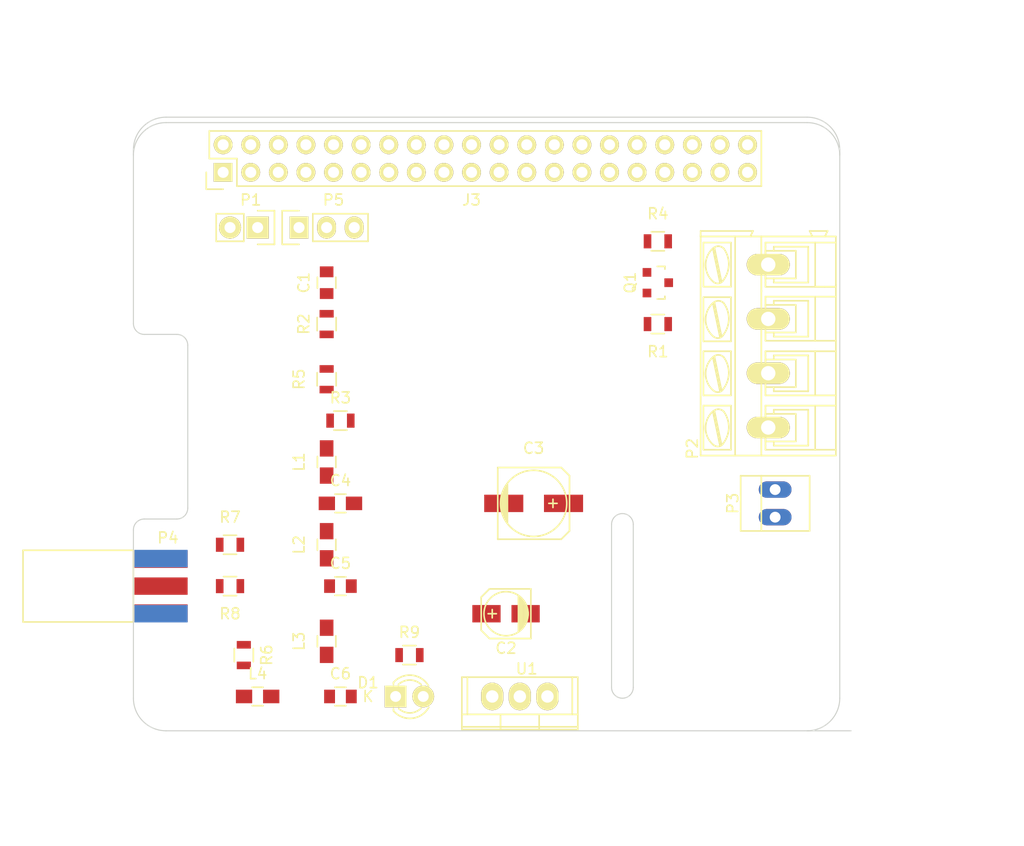
<source format=kicad_pcb>
(kicad_pcb (version 4) (host pcbnew 4.0.2+dfsg1-stable)

  (general
    (links 56)
    (no_connects 54)
    (area 23.005 15.97 129.806429 93.69)
    (thickness 1.6)
    (drawings 39)
    (tracks 0)
    (zones 0)
    (modules 32)
    (nets 47)
  )

  (page A4)
  (title_block
    (title "Raspberry Pi TX 2m")
    (date 2017-01-16)
    (rev "Rev 1")
    (company "Giga Technology")
    (comment 1 "Auther: Anton Janovsky")
  )

  (layers
    (0 F.Cu signal)
    (31 B.Cu signal)
    (32 B.Adhes user)
    (33 F.Adhes user)
    (34 B.Paste user)
    (35 F.Paste user)
    (36 B.SilkS user)
    (37 F.SilkS user)
    (38 B.Mask user)
    (39 F.Mask user)
    (40 Dwgs.User user)
    (41 Cmts.User user)
    (42 Eco1.User user)
    (43 Eco2.User user)
    (44 Edge.Cuts user)
    (45 Margin user)
    (46 B.CrtYd user)
    (47 F.CrtYd user)
    (48 B.Fab user)
    (49 F.Fab user)
  )

  (setup
    (last_trace_width 0.25)
    (user_trace_width 0.01)
    (user_trace_width 0.02)
    (user_trace_width 0.05)
    (user_trace_width 0.1)
    (user_trace_width 0.2)
    (trace_clearance 0.2)
    (zone_clearance 0.508)
    (zone_45_only no)
    (trace_min 0.01)
    (segment_width 0.2)
    (edge_width 0.1)
    (via_size 0.6)
    (via_drill 0.4)
    (via_min_size 0.4)
    (via_min_drill 0.3)
    (uvia_size 0.3)
    (uvia_drill 0.1)
    (uvias_allowed no)
    (uvia_min_size 0.2)
    (uvia_min_drill 0.1)
    (pcb_text_width 0.3)
    (pcb_text_size 1.5 1.5)
    (mod_edge_width 0.15)
    (mod_text_size 1 1)
    (mod_text_width 0.15)
    (pad_size 2.75 2.75)
    (pad_drill 2.75)
    (pad_to_mask_clearance 0)
    (aux_axis_origin 0 0)
    (visible_elements 7FFEFFFF)
    (pcbplotparams
      (layerselection 0x00030_80000001)
      (usegerberextensions false)
      (excludeedgelayer true)
      (linewidth 0.100000)
      (plotframeref false)
      (viasonmask false)
      (mode 1)
      (useauxorigin false)
      (hpglpennumber 1)
      (hpglpenspeed 20)
      (hpglpendiameter 15)
      (hpglpenoverlay 2)
      (psnegative false)
      (psa4output false)
      (plotreference true)
      (plotvalue true)
      (plotinvisibletext false)
      (padsonsilk false)
      (subtractmaskfromsilk false)
      (outputformat 1)
      (mirror false)
      (drillshape 0)
      (scaleselection 1)
      (outputdirectory meta/))
  )

  (net 0 "")
  (net 1 "Net-(C1-Pad1)")
  (net 2 "Net-(C1-Pad2)")
  (net 3 +5V)
  (net 4 GND)
  (net 5 "Net-(C3-Pad1)")
  (net 6 "Net-(C4-Pad1)")
  (net 7 "Net-(C5-Pad1)")
  (net 8 "Net-(C6-Pad1)")
  (net 9 "Net-(D1-Pad1)")
  (net 10 +3V3)
  (net 11 "Net-(J3-Pad3)")
  (net 12 "Net-(J3-Pad5)")
  (net 13 "Net-(J3-Pad7)")
  (net 14 "Net-(J3-Pad8)")
  (net 15 "Net-(J3-Pad10)")
  (net 16 "Net-(J3-Pad11)")
  (net 17 "Net-(J3-Pad12)")
  (net 18 "Net-(J3-Pad13)")
  (net 19 "Net-(J3-Pad15)")
  (net 20 "Net-(J3-Pad16)")
  (net 21 "Net-(J3-Pad18)")
  (net 22 "Net-(J3-Pad19)")
  (net 23 "Net-(J3-Pad21)")
  (net 24 "Net-(J3-Pad22)")
  (net 25 "Net-(J3-Pad23)")
  (net 26 "Net-(J3-Pad24)")
  (net 27 "Net-(J3-Pad26)")
  (net 28 "Net-(J3-Pad27)")
  (net 29 "Net-(J3-Pad28)")
  (net 30 "Net-(J3-Pad29)")
  (net 31 "Net-(J3-Pad31)")
  (net 32 "Net-(J3-Pad32)")
  (net 33 "Net-(J3-Pad33)")
  (net 34 "Net-(J3-Pad35)")
  (net 35 "Net-(J3-Pad36)")
  (net 36 "Net-(J3-Pad37)")
  (net 37 "Net-(J3-Pad38)")
  (net 38 "Net-(J3-Pad40)")
  (net 39 "Net-(L1-Pad1)")
  (net 40 "Net-(L4-Pad1)")
  (net 41 "Net-(P2-Pad3)")
  (net 42 "Net-(P4-Pad1)")
  (net 43 "Net-(Q1-Pad1)")
  (net 44 "Net-(Q1-Pad2)")
  (net 45 "Net-(R2-Pad1)")
  (net 46 "Net-(R6-Pad1)")

  (net_class Default "This is the default net class."
    (clearance 0.2)
    (trace_width 0.25)
    (via_dia 0.6)
    (via_drill 0.4)
    (uvia_dia 0.3)
    (uvia_drill 0.1)
    (add_net +3V3)
    (add_net +5V)
    (add_net GND)
    (add_net "Net-(C1-Pad1)")
    (add_net "Net-(C1-Pad2)")
    (add_net "Net-(C3-Pad1)")
    (add_net "Net-(C4-Pad1)")
    (add_net "Net-(C5-Pad1)")
    (add_net "Net-(C6-Pad1)")
    (add_net "Net-(D1-Pad1)")
    (add_net "Net-(J3-Pad10)")
    (add_net "Net-(J3-Pad11)")
    (add_net "Net-(J3-Pad12)")
    (add_net "Net-(J3-Pad13)")
    (add_net "Net-(J3-Pad15)")
    (add_net "Net-(J3-Pad16)")
    (add_net "Net-(J3-Pad18)")
    (add_net "Net-(J3-Pad19)")
    (add_net "Net-(J3-Pad21)")
    (add_net "Net-(J3-Pad22)")
    (add_net "Net-(J3-Pad23)")
    (add_net "Net-(J3-Pad24)")
    (add_net "Net-(J3-Pad26)")
    (add_net "Net-(J3-Pad27)")
    (add_net "Net-(J3-Pad28)")
    (add_net "Net-(J3-Pad29)")
    (add_net "Net-(J3-Pad3)")
    (add_net "Net-(J3-Pad31)")
    (add_net "Net-(J3-Pad32)")
    (add_net "Net-(J3-Pad33)")
    (add_net "Net-(J3-Pad35)")
    (add_net "Net-(J3-Pad36)")
    (add_net "Net-(J3-Pad37)")
    (add_net "Net-(J3-Pad38)")
    (add_net "Net-(J3-Pad40)")
    (add_net "Net-(J3-Pad5)")
    (add_net "Net-(J3-Pad7)")
    (add_net "Net-(J3-Pad8)")
    (add_net "Net-(L1-Pad1)")
    (add_net "Net-(L4-Pad1)")
    (add_net "Net-(P2-Pad3)")
    (add_net "Net-(P4-Pad1)")
    (add_net "Net-(Q1-Pad1)")
    (add_net "Net-(Q1-Pad2)")
    (add_net "Net-(R2-Pad1)")
    (add_net "Net-(R6-Pad1)")
  )

  (module RPi_Hat:RPi_Hat_Mounting_Hole locked (layer F.Cu) (tedit 55217C7B) (tstamp 5515DEA9)
    (at 97.06 30.67)
    (descr "Mounting hole, Befestigungsbohrung, 2,7mm, No Annular, Kein Restring,")
    (tags "Mounting hole, Befestigungsbohrung, 2,7mm, No Annular, Kein Restring,")
    (fp_text reference "" (at 0 -4.0005) (layer F.SilkS) hide
      (effects (font (size 1 1) (thickness 0.15)))
    )
    (fp_text value "" (at 0.09906 3.59918) (layer F.Fab) hide
      (effects (font (size 1 1) (thickness 0.15)))
    )
    (fp_circle (center 0 0) (end 1.375 0) (layer F.Fab) (width 0.15))
    (fp_circle (center 0 0) (end 3.1 0) (layer F.Fab) (width 0.15))
    (fp_circle (center 0 0) (end 3.1 0) (layer B.Fab) (width 0.15))
    (fp_circle (center 0 0) (end 1.375 0) (layer B.Fab) (width 0.15))
    (fp_circle (center 0 0) (end 3.1 0) (layer F.CrtYd) (width 0.15))
    (fp_circle (center 0 0) (end 3.1 0) (layer B.CrtYd) (width 0.15))
    (pad "" np_thru_hole circle (at 0 0) (size 2.75 2.75) (drill 2.75) (layers *.Cu *.Mask)
      (solder_mask_margin 1.725) (clearance 1.725))
  )

  (module RPi_Hat:RPi_Hat_Mounting_Hole locked (layer F.Cu) (tedit 55217CCB) (tstamp 55169DC9)
    (at 97.06 79.67)
    (descr "Mounting hole, Befestigungsbohrung, 2,7mm, No Annular, Kein Restring,")
    (tags "Mounting hole, Befestigungsbohrung, 2,7mm, No Annular, Kein Restring,")
    (fp_text reference "" (at 0 -4.0005) (layer F.SilkS) hide
      (effects (font (size 1 1) (thickness 0.15)))
    )
    (fp_text value "" (at 0.09906 3.59918) (layer F.Fab) hide
      (effects (font (size 1 1) (thickness 0.15)))
    )
    (fp_circle (center 0 0) (end 1.375 0) (layer F.Fab) (width 0.15))
    (fp_circle (center 0 0) (end 3.1 0) (layer F.Fab) (width 0.15))
    (fp_circle (center 0 0) (end 3.1 0) (layer B.Fab) (width 0.15))
    (fp_circle (center 0 0) (end 1.375 0) (layer B.Fab) (width 0.15))
    (fp_circle (center 0 0) (end 3.1 0) (layer F.CrtYd) (width 0.15))
    (fp_circle (center 0 0) (end 3.1 0) (layer B.CrtYd) (width 0.15))
    (pad "" np_thru_hole circle (at 0 0) (size 2.75 2.75) (drill 2.75) (layers *.Cu *.Mask)
      (solder_mask_margin 1.725) (clearance 1.725))
  )

  (module RPi_Hat:RPi_Hat_Mounting_Hole locked (layer F.Cu) (tedit 55217CB9) (tstamp 5515DECC)
    (at 39.06 79.67)
    (descr "Mounting hole, Befestigungsbohrung, 2,7mm, No Annular, Kein Restring,")
    (tags "Mounting hole, Befestigungsbohrung, 2,7mm, No Annular, Kein Restring,")
    (fp_text reference "" (at 0 -4.0005) (layer F.SilkS) hide
      (effects (font (size 1 1) (thickness 0.15)))
    )
    (fp_text value "" (at 0.09906 3.59918) (layer F.Fab) hide
      (effects (font (size 1 1) (thickness 0.15)))
    )
    (fp_circle (center 0 0) (end 1.375 0) (layer F.Fab) (width 0.15))
    (fp_circle (center 0 0) (end 3.1 0) (layer F.Fab) (width 0.15))
    (fp_circle (center 0 0) (end 3.1 0) (layer B.Fab) (width 0.15))
    (fp_circle (center 0 0) (end 1.375 0) (layer B.Fab) (width 0.15))
    (fp_circle (center 0 0) (end 3.1 0) (layer F.CrtYd) (width 0.15))
    (fp_circle (center 0 0) (end 3.1 0) (layer B.CrtYd) (width 0.15))
    (pad "" np_thru_hole circle (at 0 0) (size 2.75 2.75) (drill 2.75) (layers *.Cu *.Mask)
      (solder_mask_margin 1.725) (clearance 1.725))
  )

  (module RPi_Hat:RPi_Hat_Mounting_Hole locked (layer F.Cu) (tedit 55217CA2) (tstamp 5515DEBF)
    (at 39.06 30.67)
    (descr "Mounting hole, Befestigungsbohrung, 2,7mm, No Annular, Kein Restring,")
    (tags "Mounting hole, Befestigungsbohrung, 2,7mm, No Annular, Kein Restring,")
    (fp_text reference "" (at 0 -4.0005) (layer F.SilkS) hide
      (effects (font (size 1 1) (thickness 0.15)))
    )
    (fp_text value "" (at 0.09906 3.59918) (layer F.Fab) hide
      (effects (font (size 1 1) (thickness 0.15)))
    )
    (fp_circle (center 0 0) (end 1.375 0) (layer F.Fab) (width 0.15))
    (fp_circle (center 0 0) (end 3.1 0) (layer F.Fab) (width 0.15))
    (fp_circle (center 0 0) (end 3.1 0) (layer B.Fab) (width 0.15))
    (fp_circle (center 0 0) (end 1.375 0) (layer B.Fab) (width 0.15))
    (fp_circle (center 0 0) (end 3.1 0) (layer F.CrtYd) (width 0.15))
    (fp_circle (center 0 0) (end 3.1 0) (layer B.CrtYd) (width 0.15))
    (pad "" np_thru_hole circle (at 0 0) (size 2.75 2.75) (drill 2.75) (layers *.Cu *.Mask)
      (solder_mask_margin 1.725) (clearance 1.725))
  )

  (module Capacitors_SMD:C_0805 (layer F.Cu) (tedit 5415D6EA) (tstamp 58836F51)
    (at 53.34 41.91 90)
    (descr "Capacitor SMD 0805, reflow soldering, AVX (see smccp.pdf)")
    (tags "capacitor 0805")
    (path /5873A98D)
    (attr smd)
    (fp_text reference C1 (at 0 -2.1 90) (layer F.SilkS)
      (effects (font (size 1 1) (thickness 0.15)))
    )
    (fp_text value 10nf (at 0 2.1 90) (layer F.Fab)
      (effects (font (size 1 1) (thickness 0.15)))
    )
    (fp_line (start -1.8 -1) (end 1.8 -1) (layer F.CrtYd) (width 0.05))
    (fp_line (start -1.8 1) (end 1.8 1) (layer F.CrtYd) (width 0.05))
    (fp_line (start -1.8 -1) (end -1.8 1) (layer F.CrtYd) (width 0.05))
    (fp_line (start 1.8 -1) (end 1.8 1) (layer F.CrtYd) (width 0.05))
    (fp_line (start 0.5 -0.85) (end -0.5 -0.85) (layer F.SilkS) (width 0.15))
    (fp_line (start -0.5 0.85) (end 0.5 0.85) (layer F.SilkS) (width 0.15))
    (pad 1 smd rect (at -1 0 90) (size 1 1.25) (layers F.Cu F.Paste F.Mask)
      (net 1 "Net-(C1-Pad1)"))
    (pad 2 smd rect (at 1 0 90) (size 1 1.25) (layers F.Cu F.Paste F.Mask)
      (net 2 "Net-(C1-Pad2)"))
    (model Capacitors_SMD.3dshapes/C_0805.wrl
      (at (xyz 0 0 0))
      (scale (xyz 1 1 1))
      (rotate (xyz 0 0 0))
    )
  )

  (module Capacitors_SMD:c_elec_4x5.7 (layer F.Cu) (tedit 556FDF26) (tstamp 58836F6C)
    (at 69.85 72.39 180)
    (descr "SMT capacitor, aluminium electrolytic, 4x5.7")
    (path /587483BD)
    (attr smd)
    (fp_text reference C2 (at 0 -3.175 180) (layer F.SilkS)
      (effects (font (size 1 1) (thickness 0.15)))
    )
    (fp_text value 1uF (at 0 3.175 180) (layer F.Fab)
      (effects (font (size 1 1) (thickness 0.15)))
    )
    (fp_line (start -3.35 -2.65) (end 3.35 -2.65) (layer F.CrtYd) (width 0.05))
    (fp_line (start 3.35 -2.65) (end 3.35 2.65) (layer F.CrtYd) (width 0.05))
    (fp_line (start 3.35 2.65) (end -3.35 2.65) (layer F.CrtYd) (width 0.05))
    (fp_line (start -3.35 2.65) (end -3.35 -2.65) (layer F.CrtYd) (width 0.05))
    (fp_line (start 1.651 0) (end 0.889 0) (layer F.SilkS) (width 0.15))
    (fp_line (start 1.27 -0.381) (end 1.27 0.381) (layer F.SilkS) (width 0.15))
    (fp_line (start 1.524 2.286) (end -2.286 2.286) (layer F.SilkS) (width 0.15))
    (fp_line (start 2.286 -1.524) (end 2.286 1.524) (layer F.SilkS) (width 0.15))
    (fp_line (start 1.524 2.286) (end 2.286 1.524) (layer F.SilkS) (width 0.15))
    (fp_line (start 1.524 -2.286) (end -2.286 -2.286) (layer F.SilkS) (width 0.15))
    (fp_line (start 1.524 -2.286) (end 2.286 -1.524) (layer F.SilkS) (width 0.15))
    (fp_line (start -2.032 0.127) (end -2.032 -0.127) (layer F.SilkS) (width 0.15))
    (fp_line (start -1.905 -0.635) (end -1.905 0.635) (layer F.SilkS) (width 0.15))
    (fp_line (start -1.778 0.889) (end -1.778 -0.889) (layer F.SilkS) (width 0.15))
    (fp_line (start -1.651 1.143) (end -1.651 -1.143) (layer F.SilkS) (width 0.15))
    (fp_line (start -1.524 -1.27) (end -1.524 1.27) (layer F.SilkS) (width 0.15))
    (fp_line (start -1.397 1.397) (end -1.397 -1.397) (layer F.SilkS) (width 0.15))
    (fp_line (start -1.27 -1.524) (end -1.27 1.524) (layer F.SilkS) (width 0.15))
    (fp_line (start -1.143 -1.651) (end -1.143 1.651) (layer F.SilkS) (width 0.15))
    (fp_line (start -2.286 -2.286) (end -2.286 2.286) (layer F.SilkS) (width 0.15))
    (fp_circle (center 0 0) (end -2.032 0) (layer F.SilkS) (width 0.15))
    (pad 1 smd rect (at 1.80086 0 180) (size 2.60096 1.6002) (layers F.Cu F.Paste F.Mask)
      (net 3 +5V))
    (pad 2 smd rect (at -1.80086 0 180) (size 2.60096 1.6002) (layers F.Cu F.Paste F.Mask)
      (net 4 GND))
    (model Capacitors_SMD.3dshapes/c_elec_4x5.7.wrl
      (at (xyz 0 0 0))
      (scale (xyz 1 1 1))
      (rotate (xyz 0 0 0))
    )
  )

  (module Capacitors_SMD:c_elec_6.3x5.7 (layer F.Cu) (tedit 58811D2A) (tstamp 58836F84)
    (at 72.39 62.23)
    (descr "SMT capacitor, aluminium electrolytic, 6.3x5.7")
    (path /5874843A)
    (attr smd)
    (fp_text reference C3 (at 0 -5.08) (layer F.SilkS)
      (effects (font (size 1 1) (thickness 0.15)))
    )
    (fp_text value 47uF (at 0 3.81) (layer F.Fab)
      (effects (font (size 1 1) (thickness 0.15)))
    )
    (fp_line (start -4.85 -3.65) (end 4.85 -3.65) (layer F.CrtYd) (width 0.05))
    (fp_line (start 4.85 -3.65) (end 4.85 3.65) (layer F.CrtYd) (width 0.05))
    (fp_line (start 4.85 3.65) (end -4.85 3.65) (layer F.CrtYd) (width 0.05))
    (fp_line (start -4.85 3.65) (end -4.85 -3.65) (layer F.CrtYd) (width 0.05))
    (fp_line (start -2.921 -0.762) (end -2.921 0.762) (layer F.SilkS) (width 0.15))
    (fp_line (start -2.794 1.143) (end -2.794 -1.143) (layer F.SilkS) (width 0.15))
    (fp_line (start -2.667 -1.397) (end -2.667 1.397) (layer F.SilkS) (width 0.15))
    (fp_line (start -2.54 1.651) (end -2.54 -1.651) (layer F.SilkS) (width 0.15))
    (fp_line (start -2.413 -1.778) (end -2.413 1.778) (layer F.SilkS) (width 0.15))
    (fp_line (start -3.302 -3.302) (end -3.302 3.302) (layer F.SilkS) (width 0.15))
    (fp_line (start -3.302 3.302) (end 2.54 3.302) (layer F.SilkS) (width 0.15))
    (fp_line (start 2.54 3.302) (end 3.302 2.54) (layer F.SilkS) (width 0.15))
    (fp_line (start 3.302 2.54) (end 3.302 -2.54) (layer F.SilkS) (width 0.15))
    (fp_line (start 3.302 -2.54) (end 2.54 -3.302) (layer F.SilkS) (width 0.15))
    (fp_line (start 2.54 -3.302) (end -3.302 -3.302) (layer F.SilkS) (width 0.15))
    (fp_line (start 2.159 0) (end 1.397 0) (layer F.SilkS) (width 0.15))
    (fp_line (start 1.778 -0.381) (end 1.778 0.381) (layer F.SilkS) (width 0.15))
    (fp_circle (center 0 0) (end -3.048 0) (layer F.SilkS) (width 0.15))
    (pad 1 smd rect (at 2.75082 0) (size 3.59918 1.6002) (layers F.Cu F.Paste F.Mask)
      (net 5 "Net-(C3-Pad1)"))
    (pad 2 smd rect (at -2.75082 0) (size 3.59918 1.6002) (layers F.Cu F.Paste F.Mask)
      (net 4 GND))
    (model Capacitors_SMD.3dshapes/c_elec_6.3x5.7.wrl
      (at (xyz 0 0 0))
      (scale (xyz 1 1 1))
      (rotate (xyz 0 0 0))
    )
  )

  (module Capacitors_SMD:C_0805_HandSoldering (layer F.Cu) (tedit 541A9B8D) (tstamp 58836F90)
    (at 54.61 62.23)
    (descr "Capacitor SMD 0805, hand soldering")
    (tags "capacitor 0805")
    (path /5873B26E)
    (attr smd)
    (fp_text reference C4 (at 0 -2.1) (layer F.SilkS)
      (effects (font (size 1 1) (thickness 0.15)))
    )
    (fp_text value 33pF (at 0 2.1) (layer F.Fab)
      (effects (font (size 1 1) (thickness 0.15)))
    )
    (fp_line (start -2.3 -1) (end 2.3 -1) (layer F.CrtYd) (width 0.05))
    (fp_line (start -2.3 1) (end 2.3 1) (layer F.CrtYd) (width 0.05))
    (fp_line (start -2.3 -1) (end -2.3 1) (layer F.CrtYd) (width 0.05))
    (fp_line (start 2.3 -1) (end 2.3 1) (layer F.CrtYd) (width 0.05))
    (fp_line (start 0.5 -0.85) (end -0.5 -0.85) (layer F.SilkS) (width 0.15))
    (fp_line (start -0.5 0.85) (end 0.5 0.85) (layer F.SilkS) (width 0.15))
    (pad 1 smd rect (at -1.25 0) (size 1.5 1.25) (layers F.Cu F.Paste F.Mask)
      (net 6 "Net-(C4-Pad1)"))
    (pad 2 smd rect (at 1.25 0) (size 1.5 1.25) (layers F.Cu F.Paste F.Mask)
      (net 4 GND))
    (model Capacitors_SMD.3dshapes/C_0805_HandSoldering.wrl
      (at (xyz 0 0 0))
      (scale (xyz 1 1 1))
      (rotate (xyz 0 0 0))
    )
  )

  (module Capacitors_SMD:C_0805 (layer F.Cu) (tedit 5415D6EA) (tstamp 58836F9C)
    (at 54.61 69.85)
    (descr "Capacitor SMD 0805, reflow soldering, AVX (see smccp.pdf)")
    (tags "capacitor 0805")
    (path /5873B29D)
    (attr smd)
    (fp_text reference C5 (at 0 -2.1) (layer F.SilkS)
      (effects (font (size 1 1) (thickness 0.15)))
    )
    (fp_text value 36pF (at 0 2.1) (layer F.Fab)
      (effects (font (size 1 1) (thickness 0.15)))
    )
    (fp_line (start -1.8 -1) (end 1.8 -1) (layer F.CrtYd) (width 0.05))
    (fp_line (start -1.8 1) (end 1.8 1) (layer F.CrtYd) (width 0.05))
    (fp_line (start -1.8 -1) (end -1.8 1) (layer F.CrtYd) (width 0.05))
    (fp_line (start 1.8 -1) (end 1.8 1) (layer F.CrtYd) (width 0.05))
    (fp_line (start 0.5 -0.85) (end -0.5 -0.85) (layer F.SilkS) (width 0.15))
    (fp_line (start -0.5 0.85) (end 0.5 0.85) (layer F.SilkS) (width 0.15))
    (pad 1 smd rect (at -1 0) (size 1 1.25) (layers F.Cu F.Paste F.Mask)
      (net 7 "Net-(C5-Pad1)"))
    (pad 2 smd rect (at 1 0) (size 1 1.25) (layers F.Cu F.Paste F.Mask)
      (net 4 GND))
    (model Capacitors_SMD.3dshapes/C_0805.wrl
      (at (xyz 0 0 0))
      (scale (xyz 1 1 1))
      (rotate (xyz 0 0 0))
    )
  )

  (module Capacitors_SMD:C_0805 (layer F.Cu) (tedit 5415D6EA) (tstamp 58836FA8)
    (at 54.61 80.01)
    (descr "Capacitor SMD 0805, reflow soldering, AVX (see smccp.pdf)")
    (tags "capacitor 0805")
    (path /587BD58E)
    (attr smd)
    (fp_text reference C6 (at 0 -2.1) (layer F.SilkS)
      (effects (font (size 1 1) (thickness 0.15)))
    )
    (fp_text value 33pF (at 0 2.1) (layer F.Fab)
      (effects (font (size 1 1) (thickness 0.15)))
    )
    (fp_line (start -1.8 -1) (end 1.8 -1) (layer F.CrtYd) (width 0.05))
    (fp_line (start -1.8 1) (end 1.8 1) (layer F.CrtYd) (width 0.05))
    (fp_line (start -1.8 -1) (end -1.8 1) (layer F.CrtYd) (width 0.05))
    (fp_line (start 1.8 -1) (end 1.8 1) (layer F.CrtYd) (width 0.05))
    (fp_line (start 0.5 -0.85) (end -0.5 -0.85) (layer F.SilkS) (width 0.15))
    (fp_line (start -0.5 0.85) (end 0.5 0.85) (layer F.SilkS) (width 0.15))
    (pad 1 smd rect (at -1 0) (size 1 1.25) (layers F.Cu F.Paste F.Mask)
      (net 8 "Net-(C6-Pad1)"))
    (pad 2 smd rect (at 1 0) (size 1 1.25) (layers F.Cu F.Paste F.Mask)
      (net 4 GND))
    (model Capacitors_SMD.3dshapes/C_0805.wrl
      (at (xyz 0 0 0))
      (scale (xyz 1 1 1))
      (rotate (xyz 0 0 0))
    )
  )

  (module LEDs:LED-3MM (layer F.Cu) (tedit 58811F88) (tstamp 58836FB9)
    (at 59.69 80.01)
    (descr "LED 3mm round vertical")
    (tags "LED  3mm round vertical")
    (path /587C1CAF)
    (fp_text reference D1 (at -2.54 -1.27) (layer F.SilkS)
      (effects (font (size 1 1) (thickness 0.15)))
    )
    (fp_text value LED (at 1.3 -2.9) (layer F.Fab)
      (effects (font (size 1 1) (thickness 0.15)))
    )
    (fp_line (start -1.2 2.3) (end 3.8 2.3) (layer F.CrtYd) (width 0.05))
    (fp_line (start 3.8 2.3) (end 3.8 -2.2) (layer F.CrtYd) (width 0.05))
    (fp_line (start 3.8 -2.2) (end -1.2 -2.2) (layer F.CrtYd) (width 0.05))
    (fp_line (start -1.2 -2.2) (end -1.2 2.3) (layer F.CrtYd) (width 0.05))
    (fp_line (start -0.199 1.314) (end -0.199 1.114) (layer F.SilkS) (width 0.15))
    (fp_line (start -0.199 -1.28) (end -0.199 -1.1) (layer F.SilkS) (width 0.15))
    (fp_arc (start 1.301 0.034) (end -0.199 -1.286) (angle 108.5) (layer F.SilkS) (width 0.15))
    (fp_arc (start 1.301 0.034) (end 0.25 -1.1) (angle 85.7) (layer F.SilkS) (width 0.15))
    (fp_arc (start 1.311 0.034) (end 3.051 0.994) (angle 110) (layer F.SilkS) (width 0.15))
    (fp_arc (start 1.301 0.034) (end 2.335 1.094) (angle 87.5) (layer F.SilkS) (width 0.15))
    (fp_text user K (at -2.54 0) (layer F.SilkS)
      (effects (font (size 1 1) (thickness 0.15)))
    )
    (pad 1 thru_hole rect (at 0 0 90) (size 2 2) (drill 1.00076) (layers *.Cu *.Mask F.SilkS)
      (net 9 "Net-(D1-Pad1)"))
    (pad 2 thru_hole circle (at 2.54 0) (size 2 2) (drill 1.00076) (layers *.Cu *.Mask F.SilkS)
      (net 3 +5V))
    (model LEDs.3dshapes/LED-3MM.wrl
      (at (xyz 0.05 0 0))
      (scale (xyz 1 1 1))
      (rotate (xyz 0 0 90))
    )
  )

  (module Pin_Headers:Pin_Header_Straight_2x20 (layer F.Cu) (tedit 587FD268) (tstamp 58836FF1)
    (at 43.815 31.75 90)
    (descr "Through hole pin header")
    (tags "pin header")
    (path /5873A850)
    (fp_text reference J3 (at -2.54 22.86 180) (layer F.SilkS)
      (effects (font (size 1 1) (thickness 0.15)))
    )
    (fp_text value RPi_GPIO (at 0 -3.1 90) (layer F.Fab)
      (effects (font (size 1 1) (thickness 0.15)))
    )
    (fp_line (start -1.75 -1.75) (end -1.75 50.05) (layer F.CrtYd) (width 0.05))
    (fp_line (start 4.3 -1.75) (end 4.3 50.05) (layer F.CrtYd) (width 0.05))
    (fp_line (start -1.75 -1.75) (end 4.3 -1.75) (layer F.CrtYd) (width 0.05))
    (fp_line (start -1.75 50.05) (end 4.3 50.05) (layer F.CrtYd) (width 0.05))
    (fp_line (start 3.81 49.53) (end 3.81 -1.27) (layer F.SilkS) (width 0.15))
    (fp_line (start -1.27 1.27) (end -1.27 49.53) (layer F.SilkS) (width 0.15))
    (fp_line (start 3.81 49.53) (end -1.27 49.53) (layer F.SilkS) (width 0.15))
    (fp_line (start 3.81 -1.27) (end 1.27 -1.27) (layer F.SilkS) (width 0.15))
    (fp_line (start 0 -1.55) (end -1.55 -1.55) (layer F.SilkS) (width 0.15))
    (fp_line (start 1.27 -1.27) (end 1.27 1.27) (layer F.SilkS) (width 0.15))
    (fp_line (start 1.27 1.27) (end -1.27 1.27) (layer F.SilkS) (width 0.15))
    (fp_line (start -1.55 -1.55) (end -1.55 0) (layer F.SilkS) (width 0.15))
    (pad 1 thru_hole rect (at 0 0 90) (size 1.7272 1.7272) (drill 1.016) (layers *.Cu *.Mask F.SilkS)
      (net 10 +3V3))
    (pad 2 thru_hole oval (at 2.54 0 90) (size 1.7272 1.7272) (drill 1.016) (layers *.Cu *.Mask F.SilkS)
      (net 3 +5V))
    (pad 3 thru_hole oval (at 0 2.54 90) (size 1.7272 1.7272) (drill 1.016) (layers *.Cu *.Mask F.SilkS)
      (net 11 "Net-(J3-Pad3)"))
    (pad 4 thru_hole oval (at 2.54 2.54 90) (size 1.7272 1.7272) (drill 1.016) (layers *.Cu *.Mask F.SilkS)
      (net 3 +5V))
    (pad 5 thru_hole oval (at 0 5.08 90) (size 1.7272 1.7272) (drill 1.016) (layers *.Cu *.Mask F.SilkS)
      (net 12 "Net-(J3-Pad5)"))
    (pad 6 thru_hole oval (at 2.54 5.08 90) (size 1.7272 1.7272) (drill 1.016) (layers *.Cu *.Mask F.SilkS)
      (net 4 GND))
    (pad 7 thru_hole oval (at 0 7.62 90) (size 1.7272 1.7272) (drill 1.016) (layers *.Cu *.Mask F.SilkS)
      (net 13 "Net-(J3-Pad7)"))
    (pad 8 thru_hole oval (at 2.54 7.62 90) (size 1.7272 1.7272) (drill 1.016) (layers *.Cu *.Mask F.SilkS)
      (net 14 "Net-(J3-Pad8)"))
    (pad 9 thru_hole oval (at 0 10.16 90) (size 1.7272 1.7272) (drill 1.016) (layers *.Cu *.Mask F.SilkS)
      (net 4 GND))
    (pad 10 thru_hole oval (at 2.54 10.16 90) (size 1.7272 1.7272) (drill 1.016) (layers *.Cu *.Mask F.SilkS)
      (net 15 "Net-(J3-Pad10)"))
    (pad 11 thru_hole oval (at 0 12.7 90) (size 1.7272 1.7272) (drill 1.016) (layers *.Cu *.Mask F.SilkS)
      (net 16 "Net-(J3-Pad11)"))
    (pad 12 thru_hole oval (at 2.54 12.7 90) (size 1.7272 1.7272) (drill 1.016) (layers *.Cu *.Mask F.SilkS)
      (net 17 "Net-(J3-Pad12)"))
    (pad 13 thru_hole oval (at 0 15.24 90) (size 1.7272 1.7272) (drill 1.016) (layers *.Cu *.Mask F.SilkS)
      (net 18 "Net-(J3-Pad13)"))
    (pad 14 thru_hole oval (at 2.54 15.24 90) (size 1.7272 1.7272) (drill 1.016) (layers *.Cu *.Mask F.SilkS)
      (net 4 GND))
    (pad 15 thru_hole oval (at 0 17.78 90) (size 1.7272 1.7272) (drill 1.016) (layers *.Cu *.Mask F.SilkS)
      (net 19 "Net-(J3-Pad15)"))
    (pad 16 thru_hole oval (at 2.54 17.78 90) (size 1.7272 1.7272) (drill 1.016) (layers *.Cu *.Mask F.SilkS)
      (net 20 "Net-(J3-Pad16)"))
    (pad 17 thru_hole oval (at 0 20.32 90) (size 1.7272 1.7272) (drill 1.016) (layers *.Cu *.Mask F.SilkS)
      (net 10 +3V3))
    (pad 18 thru_hole oval (at 2.54 20.32 90) (size 1.7272 1.7272) (drill 1.016) (layers *.Cu *.Mask F.SilkS)
      (net 21 "Net-(J3-Pad18)"))
    (pad 19 thru_hole oval (at 0 22.86 90) (size 1.7272 1.7272) (drill 1.016) (layers *.Cu *.Mask F.SilkS)
      (net 22 "Net-(J3-Pad19)"))
    (pad 20 thru_hole oval (at 2.54 22.86 90) (size 1.7272 1.7272) (drill 1.016) (layers *.Cu *.Mask F.SilkS)
      (net 4 GND))
    (pad 21 thru_hole oval (at 0 25.4 90) (size 1.7272 1.7272) (drill 1.016) (layers *.Cu *.Mask F.SilkS)
      (net 23 "Net-(J3-Pad21)"))
    (pad 22 thru_hole oval (at 2.54 25.4 90) (size 1.7272 1.7272) (drill 1.016) (layers *.Cu *.Mask F.SilkS)
      (net 24 "Net-(J3-Pad22)"))
    (pad 23 thru_hole oval (at 0 27.94 90) (size 1.7272 1.7272) (drill 1.016) (layers *.Cu *.Mask F.SilkS)
      (net 25 "Net-(J3-Pad23)"))
    (pad 24 thru_hole oval (at 2.54 27.94 90) (size 1.7272 1.7272) (drill 1.016) (layers *.Cu *.Mask F.SilkS)
      (net 26 "Net-(J3-Pad24)"))
    (pad 25 thru_hole oval (at 0 30.48 90) (size 1.7272 1.7272) (drill 1.016) (layers *.Cu *.Mask F.SilkS)
      (net 4 GND))
    (pad 26 thru_hole oval (at 2.54 30.48 90) (size 1.7272 1.7272) (drill 1.016) (layers *.Cu *.Mask F.SilkS)
      (net 27 "Net-(J3-Pad26)"))
    (pad 27 thru_hole oval (at 0 33.02 90) (size 1.7272 1.7272) (drill 1.016) (layers *.Cu *.Mask F.SilkS)
      (net 28 "Net-(J3-Pad27)"))
    (pad 28 thru_hole oval (at 2.54 33.02 90) (size 1.7272 1.7272) (drill 1.016) (layers *.Cu *.Mask F.SilkS)
      (net 29 "Net-(J3-Pad28)"))
    (pad 29 thru_hole oval (at 0 35.56 90) (size 1.7272 1.7272) (drill 1.016) (layers *.Cu *.Mask F.SilkS)
      (net 30 "Net-(J3-Pad29)"))
    (pad 30 thru_hole oval (at 2.54 35.56 90) (size 1.7272 1.7272) (drill 1.016) (layers *.Cu *.Mask F.SilkS)
      (net 4 GND))
    (pad 31 thru_hole oval (at 0 38.1 90) (size 1.7272 1.7272) (drill 1.016) (layers *.Cu *.Mask F.SilkS)
      (net 31 "Net-(J3-Pad31)"))
    (pad 32 thru_hole oval (at 2.54 38.1 90) (size 1.7272 1.7272) (drill 1.016) (layers *.Cu *.Mask F.SilkS)
      (net 32 "Net-(J3-Pad32)"))
    (pad 33 thru_hole oval (at 0 40.64 90) (size 1.7272 1.7272) (drill 1.016) (layers *.Cu *.Mask F.SilkS)
      (net 33 "Net-(J3-Pad33)"))
    (pad 34 thru_hole oval (at 2.54 40.64 90) (size 1.7272 1.7272) (drill 1.016) (layers *.Cu *.Mask F.SilkS)
      (net 4 GND))
    (pad 35 thru_hole oval (at 0 43.18 90) (size 1.7272 1.7272) (drill 1.016) (layers *.Cu *.Mask F.SilkS)
      (net 34 "Net-(J3-Pad35)"))
    (pad 36 thru_hole oval (at 2.54 43.18 90) (size 1.7272 1.7272) (drill 1.016) (layers *.Cu *.Mask F.SilkS)
      (net 35 "Net-(J3-Pad36)"))
    (pad 37 thru_hole oval (at 0 45.72 90) (size 1.7272 1.7272) (drill 1.016) (layers *.Cu *.Mask F.SilkS)
      (net 36 "Net-(J3-Pad37)"))
    (pad 38 thru_hole oval (at 2.54 45.72 90) (size 1.7272 1.7272) (drill 1.016) (layers *.Cu *.Mask F.SilkS)
      (net 37 "Net-(J3-Pad38)"))
    (pad 39 thru_hole oval (at 0 48.26 90) (size 1.7272 1.7272) (drill 1.016) (layers *.Cu *.Mask F.SilkS)
      (net 4 GND))
    (pad 40 thru_hole oval (at 2.54 48.26 90) (size 1.7272 1.7272) (drill 1.016) (layers *.Cu *.Mask F.SilkS)
      (net 38 "Net-(J3-Pad40)"))
    (model Pin_Headers.3dshapes/Pin_Header_Straight_2x20.wrl
      (at (xyz 0.05 -0.95 0))
      (scale (xyz 1 1 1))
      (rotate (xyz 0 0 90))
    )
  )

  (module Capacitors_SMD:C_0805_HandSoldering (layer F.Cu) (tedit 58811A75) (tstamp 58836FFD)
    (at 53.34 58.42 270)
    (descr "Capacitor SMD 0805, hand soldering")
    (tags "capacitor 0805")
    (path /5873B10A)
    (attr smd)
    (fp_text reference L1 (at 0 2.54 270) (layer F.SilkS)
      (effects (font (size 1 1) (thickness 0.15)))
    )
    (fp_text value 56nH (at 0 2.1 270) (layer F.Fab)
      (effects (font (size 1 1) (thickness 0.15)))
    )
    (fp_line (start -2.3 -1) (end 2.3 -1) (layer F.CrtYd) (width 0.05))
    (fp_line (start -2.3 1) (end 2.3 1) (layer F.CrtYd) (width 0.05))
    (fp_line (start -2.3 -1) (end -2.3 1) (layer F.CrtYd) (width 0.05))
    (fp_line (start 2.3 -1) (end 2.3 1) (layer F.CrtYd) (width 0.05))
    (fp_line (start 0.5 -0.85) (end -0.5 -0.85) (layer F.SilkS) (width 0.15))
    (fp_line (start -0.5 0.85) (end 0.5 0.85) (layer F.SilkS) (width 0.15))
    (pad 1 smd rect (at -1.25 0 270) (size 1.5 1.25) (layers F.Cu F.Paste F.Mask)
      (net 39 "Net-(L1-Pad1)"))
    (pad 2 smd rect (at 1.25 0 270) (size 1.5 1.25) (layers F.Cu F.Paste F.Mask)
      (net 6 "Net-(C4-Pad1)"))
    (model Capacitors_SMD.3dshapes/C_0805_HandSoldering.wrl
      (at (xyz 0 0 0))
      (scale (xyz 1 1 1))
      (rotate (xyz 0 0 0))
    )
  )

  (module Capacitors_SMD:C_0805_HandSoldering (layer F.Cu) (tedit 58811A79) (tstamp 58837009)
    (at 53.34 66.04 270)
    (descr "Capacitor SMD 0805, hand soldering")
    (tags "capacitor 0805")
    (path /5873B03F)
    (attr smd)
    (fp_text reference L2 (at 0 2.54 270) (layer F.SilkS)
      (effects (font (size 1 1) (thickness 0.15)))
    )
    (fp_text value 110nH (at 0 2.1 270) (layer F.Fab)
      (effects (font (size 1 1) (thickness 0.15)))
    )
    (fp_line (start -2.3 -1) (end 2.3 -1) (layer F.CrtYd) (width 0.05))
    (fp_line (start -2.3 1) (end 2.3 1) (layer F.CrtYd) (width 0.05))
    (fp_line (start -2.3 -1) (end -2.3 1) (layer F.CrtYd) (width 0.05))
    (fp_line (start 2.3 -1) (end 2.3 1) (layer F.CrtYd) (width 0.05))
    (fp_line (start 0.5 -0.85) (end -0.5 -0.85) (layer F.SilkS) (width 0.15))
    (fp_line (start -0.5 0.85) (end 0.5 0.85) (layer F.SilkS) (width 0.15))
    (pad 1 smd rect (at -1.25 0 270) (size 1.5 1.25) (layers F.Cu F.Paste F.Mask)
      (net 6 "Net-(C4-Pad1)"))
    (pad 2 smd rect (at 1.25 0 270) (size 1.5 1.25) (layers F.Cu F.Paste F.Mask)
      (net 7 "Net-(C5-Pad1)"))
    (model Capacitors_SMD.3dshapes/C_0805_HandSoldering.wrl
      (at (xyz 0 0 0))
      (scale (xyz 1 1 1))
      (rotate (xyz 0 0 0))
    )
  )

  (module Capacitors_SMD:C_0805_HandSoldering (layer F.Cu) (tedit 58811A7E) (tstamp 58837015)
    (at 53.34 74.93 270)
    (descr "Capacitor SMD 0805, hand soldering")
    (tags "capacitor 0805")
    (path /5873B231)
    (attr smd)
    (fp_text reference L3 (at 0 2.54 270) (layer F.SilkS)
      (effects (font (size 1 1) (thickness 0.15)))
    )
    (fp_text value 110nH (at 0 2.1 270) (layer F.Fab)
      (effects (font (size 1 1) (thickness 0.15)))
    )
    (fp_line (start -2.3 -1) (end 2.3 -1) (layer F.CrtYd) (width 0.05))
    (fp_line (start -2.3 1) (end 2.3 1) (layer F.CrtYd) (width 0.05))
    (fp_line (start -2.3 -1) (end -2.3 1) (layer F.CrtYd) (width 0.05))
    (fp_line (start 2.3 -1) (end 2.3 1) (layer F.CrtYd) (width 0.05))
    (fp_line (start 0.5 -0.85) (end -0.5 -0.85) (layer F.SilkS) (width 0.15))
    (fp_line (start -0.5 0.85) (end 0.5 0.85) (layer F.SilkS) (width 0.15))
    (pad 1 smd rect (at -1.25 0 270) (size 1.5 1.25) (layers F.Cu F.Paste F.Mask)
      (net 7 "Net-(C5-Pad1)"))
    (pad 2 smd rect (at 1.25 0 270) (size 1.5 1.25) (layers F.Cu F.Paste F.Mask)
      (net 8 "Net-(C6-Pad1)"))
    (model Capacitors_SMD.3dshapes/C_0805_HandSoldering.wrl
      (at (xyz 0 0 0))
      (scale (xyz 1 1 1))
      (rotate (xyz 0 0 0))
    )
  )

  (module Capacitors_SMD:C_0805_HandSoldering (layer F.Cu) (tedit 541A9B8D) (tstamp 58837021)
    (at 46.99 80.01)
    (descr "Capacitor SMD 0805, hand soldering")
    (tags "capacitor 0805")
    (path /587BD666)
    (attr smd)
    (fp_text reference L4 (at 0 -2.1) (layer F.SilkS)
      (effects (font (size 1 1) (thickness 0.15)))
    )
    (fp_text value 56nH (at 0 2.1) (layer F.Fab)
      (effects (font (size 1 1) (thickness 0.15)))
    )
    (fp_line (start -2.3 -1) (end 2.3 -1) (layer F.CrtYd) (width 0.05))
    (fp_line (start -2.3 1) (end 2.3 1) (layer F.CrtYd) (width 0.05))
    (fp_line (start -2.3 -1) (end -2.3 1) (layer F.CrtYd) (width 0.05))
    (fp_line (start 2.3 -1) (end 2.3 1) (layer F.CrtYd) (width 0.05))
    (fp_line (start 0.5 -0.85) (end -0.5 -0.85) (layer F.SilkS) (width 0.15))
    (fp_line (start -0.5 0.85) (end 0.5 0.85) (layer F.SilkS) (width 0.15))
    (pad 1 smd rect (at -1.25 0) (size 1.5 1.25) (layers F.Cu F.Paste F.Mask)
      (net 40 "Net-(L4-Pad1)"))
    (pad 2 smd rect (at 1.25 0) (size 1.5 1.25) (layers F.Cu F.Paste F.Mask)
      (net 8 "Net-(C6-Pad1)"))
    (model Capacitors_SMD.3dshapes/C_0805_HandSoldering.wrl
      (at (xyz 0 0 0))
      (scale (xyz 1 1 1))
      (rotate (xyz 0 0 0))
    )
  )

  (module Pin_Headers:Pin_Header_Straight_1x03 (layer F.Cu) (tedit 587FD204) (tstamp 58837033)
    (at 50.8 36.83 90)
    (descr "Through hole pin header")
    (tags "pin header")
    (path /5873B3A6)
    (fp_text reference P1 (at 2.54 -4.445 180) (layer F.SilkS)
      (effects (font (size 1 1) (thickness 0.15)))
    )
    (fp_text value 3Sip100 (at 0 -3.1 90) (layer F.Fab)
      (effects (font (size 1 1) (thickness 0.15)))
    )
    (fp_line (start -1.75 -1.75) (end -1.75 6.85) (layer F.CrtYd) (width 0.05))
    (fp_line (start 1.75 -1.75) (end 1.75 6.85) (layer F.CrtYd) (width 0.05))
    (fp_line (start -1.75 -1.75) (end 1.75 -1.75) (layer F.CrtYd) (width 0.05))
    (fp_line (start -1.75 6.85) (end 1.75 6.85) (layer F.CrtYd) (width 0.05))
    (fp_line (start -1.27 1.27) (end -1.27 6.35) (layer F.SilkS) (width 0.15))
    (fp_line (start -1.27 6.35) (end 1.27 6.35) (layer F.SilkS) (width 0.15))
    (fp_line (start 1.27 6.35) (end 1.27 1.27) (layer F.SilkS) (width 0.15))
    (fp_line (start 1.55 -1.55) (end 1.55 0) (layer F.SilkS) (width 0.15))
    (fp_line (start 1.27 1.27) (end -1.27 1.27) (layer F.SilkS) (width 0.15))
    (fp_line (start -1.55 0) (end -1.55 -1.55) (layer F.SilkS) (width 0.15))
    (fp_line (start -1.55 -1.55) (end 1.55 -1.55) (layer F.SilkS) (width 0.15))
    (pad 1 thru_hole rect (at 0 0 90) (size 2.032 1.7272) (drill 1.016) (layers *.Cu *.Mask F.SilkS)
      (net 13 "Net-(J3-Pad7)"))
    (pad 2 thru_hole oval (at 0 2.54 90) (size 2.032 1.7272) (drill 1.016) (layers *.Cu *.Mask F.SilkS)
      (net 2 "Net-(C1-Pad2)"))
    (pad 3 thru_hole oval (at 0 5.08 90) (size 2.032 1.7272) (drill 1.016) (layers *.Cu *.Mask F.SilkS)
      (net 14 "Net-(J3-Pad8)"))
    (model Pin_Headers.3dshapes/Pin_Header_Straight_1x03.wrl
      (at (xyz 0 -0.1 0))
      (scale (xyz 1 1 1))
      (rotate (xyz 0 0 90))
    )
  )

  (module Connect:AK300-4 (layer F.Cu) (tedit 54791E04) (tstamp 588370C2)
    (at 93.98 55.245 90)
    (descr CONNECTOR)
    (tags CONNECTOR)
    (path /5873CB85)
    (attr virtual)
    (fp_text reference P2 (at -1.945 -6.985 90) (layer F.SilkS)
      (effects (font (size 1 1) (thickness 0.15)))
    )
    (fp_text value 4Sip200 (at 2.754 7.747 90) (layer F.Fab)
      (effects (font (size 1 1) (thickness 0.15)))
    )
    (fp_line (start 18.35 -6.473) (end 18.35 6.473) (layer F.CrtYd) (width 0.05))
    (fp_line (start -2.83 -6.473) (end -2.83 6.473) (layer F.CrtYd) (width 0.05))
    (fp_line (start -2.83 6.473) (end 18.35 6.473) (layer F.CrtYd) (width 0.05))
    (fp_line (start -2.83 -6.473) (end 18.35 -6.473) (layer F.CrtYd) (width 0.05))
    (fp_line (start 8.75 -0.254) (end 8.75 2.54) (layer F.SilkS) (width 0.15))
    (fp_line (start 8.75 2.54) (end 11.29 2.54) (layer F.SilkS) (width 0.15))
    (fp_line (start 11.29 2.54) (end 11.29 -0.254) (layer F.SilkS) (width 0.15))
    (fp_line (start 7.9372 -3.429) (end 7.9372 -5.969) (layer F.SilkS) (width 0.15))
    (fp_line (start 7.9372 -5.969) (end 12.0012 -5.969) (layer F.SilkS) (width 0.15))
    (fp_line (start 12.0012 -5.969) (end 12.0012 -3.429) (layer F.SilkS) (width 0.15))
    (fp_line (start 12.0012 -3.429) (end 7.9372 -3.429) (layer F.SilkS) (width 0.15))
    (fp_line (start 8.3436 -4.445) (end 11.3916 -5.08) (layer F.SilkS) (width 0.15))
    (fp_line (start 8.4706 -4.318) (end 11.5186 -4.953) (layer F.SilkS) (width 0.15))
    (fp_arc (start 10.9852 -4.59486) (end 11.49066 -5.05206) (angle 90.5) (layer F.SilkS) (width 0.15))
    (fp_arc (start 10.02 -6.0706) (end 11.48304 -4.11734) (angle 75.5) (layer F.SilkS) (width 0.15))
    (fp_arc (start 9.94126 -3.7084) (end 8.3436 -5.0038) (angle 100) (layer F.SilkS) (width 0.15))
    (fp_arc (start 8.8262 -4.64566) (end 8.53664 -4.1275) (angle 104.2) (layer F.SilkS) (width 0.15))
    (fp_line (start 7.988 4.318) (end 12.052 4.318) (layer F.SilkS) (width 0.15))
    (fp_line (start 12.052 6.223) (end 12.052 -0.254) (layer F.SilkS) (width 0.15))
    (fp_line (start 8.369 0.508) (end 8.75 0.508) (layer F.SilkS) (width 0.15))
    (fp_line (start 8.369 0.508) (end 8.369 3.683) (layer F.SilkS) (width 0.15))
    (fp_line (start 8.369 3.683) (end 11.671 3.683) (layer F.SilkS) (width 0.15))
    (fp_line (start 11.671 3.683) (end 11.671 0.508) (layer F.SilkS) (width 0.15))
    (fp_line (start 11.671 0.508) (end 11.29 0.508) (layer F.SilkS) (width 0.15))
    (fp_line (start 12.51 -0.635) (end 17.59 -0.635) (layer F.SilkS) (width 0.15))
    (fp_line (start 7.988 6.223) (end 7.988 -0.254) (layer F.SilkS) (width 0.15))
    (fp_line (start 7.988 -0.254) (end 12.052 -0.254) (layer F.SilkS) (width 0.15))
    (fp_line (start 16.955 6.223) (end 13.018 6.223) (layer F.SilkS) (width 0.15))
    (fp_line (start 13.168 6.223) (end 7.072 6.223) (layer F.SilkS) (width 0.15))
    (fp_line (start 17.59 -3.048) (end -2.58 -3.048) (layer F.SilkS) (width 0.15))
    (fp_line (start 17.74 -6.223) (end -2.58 -6.223) (layer F.SilkS) (width 0.15))
    (fp_line (start 12.66 -0.635) (end -2.5165 -0.635) (layer F.SilkS) (width 0.15))
    (fp_line (start 12.9545 4.0005) (end 12.9545 -0.254) (layer F.SilkS) (width 0.15))
    (fp_arc (start 13.8562 -4.64566) (end 13.56664 -4.1275) (angle 104.2) (layer F.SilkS) (width 0.15))
    (fp_arc (start 14.97126 -3.7084) (end 13.3736 -5.0038) (angle 100) (layer F.SilkS) (width 0.15))
    (fp_arc (start 15.05 -6.0706) (end 16.51304 -4.11734) (angle 75.5) (layer F.SilkS) (width 0.15))
    (fp_arc (start 16.0152 -4.59486) (end 16.52066 -5.05206) (angle 90.5) (layer F.SilkS) (width 0.15))
    (fp_line (start 13.3482 -0.254) (end 16.6502 -0.254) (layer F.SilkS) (width 0.15))
    (fp_line (start 12.9672 -0.254) (end 13.3482 -0.254) (layer F.SilkS) (width 0.15))
    (fp_line (start 17.0312 -0.254) (end 16.6502 -0.254) (layer F.SilkS) (width 0.15))
    (fp_line (start 13.5006 -4.318) (end 16.5486 -4.953) (layer F.SilkS) (width 0.15))
    (fp_line (start 13.3736 -4.445) (end 16.4216 -5.08) (layer F.SilkS) (width 0.15))
    (fp_line (start 17.0312 -3.429) (end 12.9672 -3.429) (layer F.SilkS) (width 0.15))
    (fp_line (start 17.0312 -5.969) (end 17.0312 -3.429) (layer F.SilkS) (width 0.15))
    (fp_line (start 12.9672 -5.969) (end 17.0312 -5.969) (layer F.SilkS) (width 0.15))
    (fp_line (start 12.9672 -3.429) (end 12.9672 -5.969) (layer F.SilkS) (width 0.15))
    (fp_line (start 17.59 -3.175) (end 17.59 -1.651) (layer F.SilkS) (width 0.15))
    (fp_line (start 17.59 -0.635) (end 17.59 4.064) (layer F.SilkS) (width 0.15))
    (fp_line (start 17.59 -1.651) (end 17.59 -0.635) (layer F.SilkS) (width 0.15))
    (fp_line (start 16.6502 0.508) (end 16.2692 0.508) (layer F.SilkS) (width 0.15))
    (fp_line (start 13.3482 0.508) (end 13.7292 0.508) (layer F.SilkS) (width 0.15))
    (fp_line (start 13.3482 3.683) (end 13.3482 0.508) (layer F.SilkS) (width 0.15))
    (fp_line (start 16.6502 3.683) (end 13.3482 3.683) (layer F.SilkS) (width 0.15))
    (fp_line (start 16.6502 3.683) (end 16.6502 0.508) (layer F.SilkS) (width 0.15))
    (fp_line (start 17.0312 4.318) (end 17.0312 6.223) (layer F.SilkS) (width 0.15))
    (fp_line (start 12.9672 4.318) (end 17.0312 4.318) (layer F.SilkS) (width 0.15))
    (fp_line (start 17.0312 6.223) (end 17.59 6.223) (layer F.SilkS) (width 0.15))
    (fp_line (start 17.0312 -0.254) (end 17.0312 4.318) (layer F.SilkS) (width 0.15))
    (fp_line (start 12.9672 6.223) (end 12.9672 4.318) (layer F.SilkS) (width 0.15))
    (fp_line (start 18.098 3.81) (end 18.098 5.461) (layer F.SilkS) (width 0.15))
    (fp_line (start 17.59 4.064) (end 17.59 5.207) (layer F.SilkS) (width 0.15))
    (fp_line (start 18.098 3.81) (end 17.59 4.064) (layer F.SilkS) (width 0.15))
    (fp_line (start 17.59 5.207) (end 17.59 6.223) (layer F.SilkS) (width 0.15))
    (fp_line (start 18.098 5.461) (end 17.59 5.207) (layer F.SilkS) (width 0.15))
    (fp_line (start 18.098 -1.397) (end 17.59 -1.651) (layer F.SilkS) (width 0.15))
    (fp_line (start 18.098 -6.223) (end 18.098 -1.397) (layer F.SilkS) (width 0.15))
    (fp_line (start 17.59 -6.223) (end 18.098 -6.223) (layer F.SilkS) (width 0.15))
    (fp_line (start 17.59 -6.223) (end 17.59 -3.175) (layer F.SilkS) (width 0.15))
    (fp_line (start 13.7292 2.54) (end 13.7292 -0.254) (layer F.SilkS) (width 0.15))
    (fp_line (start 13.7292 -0.254) (end 16.2692 -0.254) (layer F.SilkS) (width 0.15))
    (fp_line (start 16.2692 2.54) (end 16.2692 -0.254) (layer F.SilkS) (width 0.15))
    (fp_line (start 13.7292 2.54) (end 16.2692 2.54) (layer F.SilkS) (width 0.15))
    (fp_line (start -1.2846 2.54) (end 1.2554 2.54) (layer F.SilkS) (width 0.15))
    (fp_line (start 1.2554 2.54) (end 1.2554 -0.254) (layer F.SilkS) (width 0.15))
    (fp_line (start -1.2846 -0.254) (end 1.2554 -0.254) (layer F.SilkS) (width 0.15))
    (fp_line (start -1.2846 2.54) (end -1.2846 -0.254) (layer F.SilkS) (width 0.15))
    (fp_line (start 3.7192 2.54) (end 6.2592 2.54) (layer F.SilkS) (width 0.15))
    (fp_line (start 6.2592 2.54) (end 6.2592 -0.254) (layer F.SilkS) (width 0.15))
    (fp_line (start 3.7192 -0.254) (end 6.2592 -0.254) (layer F.SilkS) (width 0.15))
    (fp_line (start 3.7192 2.54) (end 3.7192 -0.254) (layer F.SilkS) (width 0.15))
    (fp_line (start 12.9545 5.207) (end 12.9545 6.223) (layer F.SilkS) (width 0.15))
    (fp_line (start 12.9545 4.064) (end 12.9545 5.207) (layer F.SilkS) (width 0.15))
    (fp_line (start 2.9572 6.223) (end 2.9572 4.318) (layer F.SilkS) (width 0.15))
    (fp_line (start 7.0212 -0.254) (end 7.0212 4.318) (layer F.SilkS) (width 0.15))
    (fp_line (start 2.9572 6.223) (end 7.0212 6.223) (layer F.SilkS) (width 0.15))
    (fp_line (start 2.0174 6.223) (end 2.0174 4.318) (layer F.SilkS) (width 0.15))
    (fp_line (start 2.0174 6.223) (end 2.9572 6.223) (layer F.SilkS) (width 0.15))
    (fp_line (start -2.0466 -0.254) (end -2.0466 4.318) (layer F.SilkS) (width 0.15))
    (fp_line (start -2.58 6.223) (end -2.0466 6.223) (layer F.SilkS) (width 0.15))
    (fp_line (start -2.0466 6.223) (end 2.0174 6.223) (layer F.SilkS) (width 0.15))
    (fp_line (start 2.9572 4.318) (end 7.0212 4.318) (layer F.SilkS) (width 0.15))
    (fp_line (start 2.9572 4.318) (end 2.9572 -0.254) (layer F.SilkS) (width 0.15))
    (fp_line (start 7.0212 4.318) (end 7.0212 6.223) (layer F.SilkS) (width 0.15))
    (fp_line (start 2.0174 4.318) (end -2.0466 4.318) (layer F.SilkS) (width 0.15))
    (fp_line (start 2.0174 4.318) (end 2.0174 -0.254) (layer F.SilkS) (width 0.15))
    (fp_line (start -2.0466 4.318) (end -2.0466 6.223) (layer F.SilkS) (width 0.15))
    (fp_line (start 6.6402 3.683) (end 6.6402 0.508) (layer F.SilkS) (width 0.15))
    (fp_line (start 6.6402 3.683) (end 3.3382 3.683) (layer F.SilkS) (width 0.15))
    (fp_line (start 3.3382 3.683) (end 3.3382 0.508) (layer F.SilkS) (width 0.15))
    (fp_line (start 1.6364 3.683) (end 1.6364 0.508) (layer F.SilkS) (width 0.15))
    (fp_line (start 1.6364 3.683) (end -1.6656 3.683) (layer F.SilkS) (width 0.15))
    (fp_line (start -1.6656 3.683) (end -1.6656 0.508) (layer F.SilkS) (width 0.15))
    (fp_line (start -1.6656 0.508) (end -1.2846 0.508) (layer F.SilkS) (width 0.15))
    (fp_line (start 1.6364 0.508) (end 1.2554 0.508) (layer F.SilkS) (width 0.15))
    (fp_line (start 3.3382 0.508) (end 3.7192 0.508) (layer F.SilkS) (width 0.15))
    (fp_line (start 6.6402 0.508) (end 6.2592 0.508) (layer F.SilkS) (width 0.15))
    (fp_line (start -2.58 6.223) (end -2.58 -0.635) (layer F.SilkS) (width 0.15))
    (fp_line (start -2.58 -0.635) (end -2.58 -3.175) (layer F.SilkS) (width 0.15))
    (fp_line (start -2.58 -3.175) (end -2.58 -6.223) (layer F.SilkS) (width 0.15))
    (fp_line (start 2.9572 -3.429) (end 2.9572 -5.969) (layer F.SilkS) (width 0.15))
    (fp_line (start 2.9572 -5.969) (end 7.0212 -5.969) (layer F.SilkS) (width 0.15))
    (fp_line (start 7.0212 -5.969) (end 7.0212 -3.429) (layer F.SilkS) (width 0.15))
    (fp_line (start 7.0212 -3.429) (end 2.9572 -3.429) (layer F.SilkS) (width 0.15))
    (fp_line (start 2.0174 -3.429) (end 2.0174 -5.969) (layer F.SilkS) (width 0.15))
    (fp_line (start 2.0174 -3.429) (end -2.0466 -3.429) (layer F.SilkS) (width 0.15))
    (fp_line (start -2.0466 -3.429) (end -2.0466 -5.969) (layer F.SilkS) (width 0.15))
    (fp_line (start 2.0174 -5.969) (end -2.0466 -5.969) (layer F.SilkS) (width 0.15))
    (fp_line (start 3.3636 -4.445) (end 6.4116 -5.08) (layer F.SilkS) (width 0.15))
    (fp_line (start 3.4906 -4.318) (end 6.5386 -4.953) (layer F.SilkS) (width 0.15))
    (fp_line (start -1.6402 -4.445) (end 1.41034 -5.08) (layer F.SilkS) (width 0.15))
    (fp_line (start -1.5132 -4.318) (end 1.5348 -4.953) (layer F.SilkS) (width 0.15))
    (fp_line (start -2.0466 -0.254) (end -1.6656 -0.254) (layer F.SilkS) (width 0.15))
    (fp_line (start 2.0174 -0.254) (end 1.6364 -0.254) (layer F.SilkS) (width 0.15))
    (fp_line (start 1.6364 -0.254) (end -1.6656 -0.254) (layer F.SilkS) (width 0.15))
    (fp_line (start 7.0212 -0.254) (end 6.6402 -0.254) (layer F.SilkS) (width 0.15))
    (fp_line (start 2.9572 -0.254) (end 3.3382 -0.254) (layer F.SilkS) (width 0.15))
    (fp_line (start 3.3382 -0.254) (end 6.6402 -0.254) (layer F.SilkS) (width 0.15))
    (fp_arc (start 6.0052 -4.59486) (end 6.51066 -5.05206) (angle 90.5) (layer F.SilkS) (width 0.15))
    (fp_arc (start 5.04 -6.0706) (end 6.50304 -4.11734) (angle 75.5) (layer F.SilkS) (width 0.15))
    (fp_arc (start 4.96126 -3.7084) (end 3.3636 -5.0038) (angle 100) (layer F.SilkS) (width 0.15))
    (fp_arc (start 3.8462 -4.64566) (end 3.55664 -4.1275) (angle 104.2) (layer F.SilkS) (width 0.15))
    (fp_arc (start 1.0014 -4.59486) (end 1.5094 -5.05206) (angle 90.5) (layer F.SilkS) (width 0.15))
    (fp_arc (start 0.03874 -6.0706) (end 1.50178 -4.11734) (angle 75.5) (layer F.SilkS) (width 0.15))
    (fp_arc (start -0.03746 -3.7084) (end -1.6402 -5.0038) (angle 100) (layer F.SilkS) (width 0.15))
    (fp_arc (start -1.1576 -4.64566) (end -1.44462 -4.1275) (angle 104.2) (layer F.SilkS) (width 0.15))
    (pad 1 thru_hole oval (at 0 0 90) (size 1.9812 3.9624) (drill 1.3208) (layers *.Cu F.Paste F.SilkS F.Mask)
      (net 10 +3V3))
    (pad 2 thru_hole oval (at 5 0 90) (size 1.9812 3.9624) (drill 1.3208) (layers *.Cu F.Paste F.SilkS F.Mask)
      (net 3 +5V))
    (pad 4 thru_hole oval (at 15 0 90) (size 1.9812 3.9624) (drill 1.3208) (layers *.Cu F.Paste F.SilkS F.Mask)
      (net 4 GND))
    (pad 3 thru_hole oval (at 10 0 90) (size 1.9812 3.9624) (drill 1.3208) (layers *.Cu *.Mask F.SilkS)
      (net 41 "Net-(P2-Pad3)"))
  )

  (module Connect:PINHEAD1-2 (layer F.Cu) (tedit 0) (tstamp 588370CD)
    (at 94.615 62.23 90)
    (path /58748276)
    (attr virtual)
    (fp_text reference P3 (at 0 -3.9 90) (layer F.SilkS)
      (effects (font (size 1 1) (thickness 0.15)))
    )
    (fp_text value 2Sip200 (at 0 3.81 90) (layer F.Fab)
      (effects (font (size 1 1) (thickness 0.15)))
    )
    (fp_line (start 2.54 -1.27) (end -2.54 -1.27) (layer F.SilkS) (width 0.15))
    (fp_line (start 2.54 3.175) (end -2.54 3.175) (layer F.SilkS) (width 0.15))
    (fp_line (start -2.54 -3.175) (end 2.54 -3.175) (layer F.SilkS) (width 0.15))
    (fp_line (start -2.54 -3.175) (end -2.54 3.175) (layer F.SilkS) (width 0.15))
    (fp_line (start 2.54 -3.175) (end 2.54 3.175) (layer F.SilkS) (width 0.15))
    (pad 1 thru_hole oval (at -1.27 0 90) (size 1.50622 3.01498) (drill 0.99822) (layers *.Cu *.Mask)
      (net 5 "Net-(C3-Pad1)"))
    (pad 2 thru_hole oval (at 1.27 0 90) (size 1.50622 3.01498) (drill 0.99822) (layers *.Cu *.Mask)
      (net 4 GND))
  )

  (module Bacar:SMA_Edge (layer F.Cu) (tedit 587FD281) (tstamp 588370DA)
    (at 38.1 69.85 90)
    (path /587D7F9F)
    (fp_text reference P4 (at 4.445 0.635 180) (layer F.SilkS)
      (effects (font (size 1 1) (thickness 0.15)))
    )
    (fp_text value SMA (at 0 -13.97 90) (layer F.Fab)
      (effects (font (size 1 1) (thickness 0.15)))
    )
    (fp_line (start -3.3 -2.54) (end 3.3 -2.54) (layer F.SilkS) (width 0.15))
    (fp_line (start -3.3 -12.7) (end -3.3 -2.54) (layer F.SilkS) (width 0.15))
    (fp_line (start 3.3 -12.7) (end -3.3 -12.7) (layer F.SilkS) (width 0.15))
    (fp_line (start 3.3 -12.7) (end 3.3 -2.54) (layer F.SilkS) (width 0.15))
    (pad 1 connect rect (at 0 0 90) (size 1.6 4.9) (layers F.Cu F.Mask)
      (net 42 "Net-(P4-Pad1)"))
    (pad 2 connect rect (at -2.48 0 90) (size 1.6 4.9) (layers F.Cu F.Mask)
      (net 4 GND))
    (pad 2 smd rect (at 2.48 0 90) (size 1.6 4.9) (layers F.Cu F.Paste F.Mask)
      (net 4 GND))
    (pad 2 smd rect (at 2.54 0 90) (size 1.6 4.9) (layers B.Cu F.Paste F.Mask)
      (net 4 GND))
    (pad 2 smd rect (at -2.54 0 90) (size 1.6 4.9) (layers B.Cu F.Paste F.Mask)
      (net 4 GND))
  )

  (module Pin_Headers:Pin_Header_Straight_1x02 (layer F.Cu) (tedit 587FD1F3) (tstamp 588370EB)
    (at 46.99 36.83 270)
    (descr "Through hole pin header")
    (tags "pin header")
    (path /587C1A9B)
    (fp_text reference P5 (at -2.54 -6.985 360) (layer F.SilkS)
      (effects (font (size 1 1) (thickness 0.15)))
    )
    (fp_text value CONN_01X02 (at 0 -3.1 270) (layer F.Fab)
      (effects (font (size 1 1) (thickness 0.15)))
    )
    (fp_line (start 1.27 1.27) (end 1.27 3.81) (layer F.SilkS) (width 0.15))
    (fp_line (start 1.55 -1.55) (end 1.55 0) (layer F.SilkS) (width 0.15))
    (fp_line (start -1.75 -1.75) (end -1.75 4.3) (layer F.CrtYd) (width 0.05))
    (fp_line (start 1.75 -1.75) (end 1.75 4.3) (layer F.CrtYd) (width 0.05))
    (fp_line (start -1.75 -1.75) (end 1.75 -1.75) (layer F.CrtYd) (width 0.05))
    (fp_line (start -1.75 4.3) (end 1.75 4.3) (layer F.CrtYd) (width 0.05))
    (fp_line (start 1.27 1.27) (end -1.27 1.27) (layer F.SilkS) (width 0.15))
    (fp_line (start -1.55 0) (end -1.55 -1.55) (layer F.SilkS) (width 0.15))
    (fp_line (start -1.55 -1.55) (end 1.55 -1.55) (layer F.SilkS) (width 0.15))
    (fp_line (start -1.27 1.27) (end -1.27 3.81) (layer F.SilkS) (width 0.15))
    (fp_line (start -1.27 3.81) (end 1.27 3.81) (layer F.SilkS) (width 0.15))
    (pad 1 thru_hole rect (at 0 0 270) (size 2.032 2.032) (drill 1.016) (layers *.Cu *.Mask F.SilkS)
      (net 12 "Net-(J3-Pad5)"))
    (pad 2 thru_hole oval (at 0 2.54 270) (size 2.032 2.032) (drill 1.016) (layers *.Cu *.Mask F.SilkS)
      (net 11 "Net-(J3-Pad3)"))
    (model Pin_Headers.3dshapes/Pin_Header_Straight_1x02.wrl
      (at (xyz 0 -0.05 0))
      (scale (xyz 1 1 1))
      (rotate (xyz 0 0 90))
    )
  )

  (module TO_SOT_Packages_SMD:SOT-23 (layer F.Cu) (tedit 58811C71) (tstamp 588370FB)
    (at 83.82 41.91 270)
    (descr "SOT-23, Standard")
    (tags SOT-23)
    (path /5873C50C)
    (attr smd)
    (fp_text reference Q1 (at 0 2.54 270) (layer F.SilkS)
      (effects (font (size 1 1) (thickness 0.15)))
    )
    (fp_text value BC807 (at 0 2.3 270) (layer F.Fab)
      (effects (font (size 1 1) (thickness 0.15)))
    )
    (fp_line (start -1.65 -1.6) (end 1.65 -1.6) (layer F.CrtYd) (width 0.05))
    (fp_line (start 1.65 -1.6) (end 1.65 1.6) (layer F.CrtYd) (width 0.05))
    (fp_line (start 1.65 1.6) (end -1.65 1.6) (layer F.CrtYd) (width 0.05))
    (fp_line (start -1.65 1.6) (end -1.65 -1.6) (layer F.CrtYd) (width 0.05))
    (fp_line (start 1.29916 -0.65024) (end 1.2509 -0.65024) (layer F.SilkS) (width 0.15))
    (fp_line (start -1.49982 0.0508) (end -1.49982 -0.65024) (layer F.SilkS) (width 0.15))
    (fp_line (start -1.49982 -0.65024) (end -1.2509 -0.65024) (layer F.SilkS) (width 0.15))
    (fp_line (start 1.29916 -0.65024) (end 1.49982 -0.65024) (layer F.SilkS) (width 0.15))
    (fp_line (start 1.49982 -0.65024) (end 1.49982 0.0508) (layer F.SilkS) (width 0.15))
    (pad 1 smd rect (at -0.95 1.00076 270) (size 0.8001 0.8001) (layers F.Cu F.Paste F.Mask)
      (net 43 "Net-(Q1-Pad1)"))
    (pad 2 smd rect (at 0.95 1.00076 270) (size 0.8001 0.8001) (layers F.Cu F.Paste F.Mask)
      (net 44 "Net-(Q1-Pad2)"))
    (pad 3 smd rect (at 0 -0.99822 270) (size 0.8001 0.8001) (layers F.Cu F.Paste F.Mask)
      (net 4 GND))
    (model TO_SOT_Packages_SMD.3dshapes/SOT-23.wrl
      (at (xyz 0 0 0))
      (scale (xyz 1 1 1))
      (rotate (xyz 0 0 0))
    )
  )

  (module Resistors_SMD:R_0805 (layer F.Cu) (tedit 58811C6D) (tstamp 58837107)
    (at 83.82 45.72 180)
    (descr "Resistor SMD 0805, reflow soldering, Vishay (see dcrcw.pdf)")
    (tags "resistor 0805")
    (path /5873C587)
    (attr smd)
    (fp_text reference R1 (at 0 -2.54 180) (layer F.SilkS)
      (effects (font (size 1 1) (thickness 0.15)))
    )
    (fp_text value 4k7 (at 0 2.1 180) (layer F.Fab)
      (effects (font (size 1 1) (thickness 0.15)))
    )
    (fp_line (start -1.6 -1) (end 1.6 -1) (layer F.CrtYd) (width 0.05))
    (fp_line (start -1.6 1) (end 1.6 1) (layer F.CrtYd) (width 0.05))
    (fp_line (start -1.6 -1) (end -1.6 1) (layer F.CrtYd) (width 0.05))
    (fp_line (start 1.6 -1) (end 1.6 1) (layer F.CrtYd) (width 0.05))
    (fp_line (start 0.6 0.875) (end -0.6 0.875) (layer F.SilkS) (width 0.15))
    (fp_line (start -0.6 -0.875) (end 0.6 -0.875) (layer F.SilkS) (width 0.15))
    (pad 1 smd rect (at -0.95 0 180) (size 0.7 1.3) (layers F.Cu F.Paste F.Mask)
      (net 44 "Net-(Q1-Pad2)"))
    (pad 2 smd rect (at 0.95 0 180) (size 0.7 1.3) (layers F.Cu F.Paste F.Mask)
      (net 17 "Net-(J3-Pad12)"))
    (model Resistors_SMD.3dshapes/R_0805.wrl
      (at (xyz 0 0 0))
      (scale (xyz 1 1 1))
      (rotate (xyz 0 0 0))
    )
  )

  (module Resistors_SMD:R_0805 (layer F.Cu) (tedit 5415CDEB) (tstamp 58837113)
    (at 53.34 45.72 90)
    (descr "Resistor SMD 0805, reflow soldering, Vishay (see dcrcw.pdf)")
    (tags "resistor 0805")
    (path /5873AFD2)
    (attr smd)
    (fp_text reference R2 (at 0 -2.1 90) (layer F.SilkS)
      (effects (font (size 1 1) (thickness 0.15)))
    )
    (fp_text value 0 (at 0 2.1 90) (layer F.Fab)
      (effects (font (size 1 1) (thickness 0.15)))
    )
    (fp_line (start -1.6 -1) (end 1.6 -1) (layer F.CrtYd) (width 0.05))
    (fp_line (start -1.6 1) (end 1.6 1) (layer F.CrtYd) (width 0.05))
    (fp_line (start -1.6 -1) (end -1.6 1) (layer F.CrtYd) (width 0.05))
    (fp_line (start 1.6 -1) (end 1.6 1) (layer F.CrtYd) (width 0.05))
    (fp_line (start 0.6 0.875) (end -0.6 0.875) (layer F.SilkS) (width 0.15))
    (fp_line (start -0.6 -0.875) (end 0.6 -0.875) (layer F.SilkS) (width 0.15))
    (pad 1 smd rect (at -0.95 0 90) (size 0.7 1.3) (layers F.Cu F.Paste F.Mask)
      (net 45 "Net-(R2-Pad1)"))
    (pad 2 smd rect (at 0.95 0 90) (size 0.7 1.3) (layers F.Cu F.Paste F.Mask)
      (net 1 "Net-(C1-Pad1)"))
    (model Resistors_SMD.3dshapes/R_0805.wrl
      (at (xyz 0 0 0))
      (scale (xyz 1 1 1))
      (rotate (xyz 0 0 0))
    )
  )

  (module Resistors_SMD:R_0805 (layer F.Cu) (tedit 5415CDEB) (tstamp 5883711F)
    (at 54.61 54.61)
    (descr "Resistor SMD 0805, reflow soldering, Vishay (see dcrcw.pdf)")
    (tags "resistor 0805")
    (path /5873AF72)
    (attr smd)
    (fp_text reference R3 (at 0 -2.1) (layer F.SilkS)
      (effects (font (size 1 1) (thickness 0.15)))
    )
    (fp_text value oc (at 0 2.1) (layer F.Fab)
      (effects (font (size 1 1) (thickness 0.15)))
    )
    (fp_line (start -1.6 -1) (end 1.6 -1) (layer F.CrtYd) (width 0.05))
    (fp_line (start -1.6 1) (end 1.6 1) (layer F.CrtYd) (width 0.05))
    (fp_line (start -1.6 -1) (end -1.6 1) (layer F.CrtYd) (width 0.05))
    (fp_line (start 1.6 -1) (end 1.6 1) (layer F.CrtYd) (width 0.05))
    (fp_line (start 0.6 0.875) (end -0.6 0.875) (layer F.SilkS) (width 0.15))
    (fp_line (start -0.6 -0.875) (end 0.6 -0.875) (layer F.SilkS) (width 0.15))
    (pad 1 smd rect (at -0.95 0) (size 0.7 1.3) (layers F.Cu F.Paste F.Mask)
      (net 45 "Net-(R2-Pad1)"))
    (pad 2 smd rect (at 0.95 0) (size 0.7 1.3) (layers F.Cu F.Paste F.Mask)
      (net 4 GND))
    (model Resistors_SMD.3dshapes/R_0805.wrl
      (at (xyz 0 0 0))
      (scale (xyz 1 1 1))
      (rotate (xyz 0 0 0))
    )
  )

  (module Resistors_SMD:R_0805 (layer F.Cu) (tedit 58811C65) (tstamp 5883712B)
    (at 83.82 38.1 180)
    (descr "Resistor SMD 0805, reflow soldering, Vishay (see dcrcw.pdf)")
    (tags "resistor 0805")
    (path /5873C605)
    (attr smd)
    (fp_text reference R4 (at 0 2.54 180) (layer F.SilkS)
      (effects (font (size 1 1) (thickness 0.15)))
    )
    (fp_text value 0 (at 0 2.1 180) (layer F.Fab)
      (effects (font (size 1 1) (thickness 0.15)))
    )
    (fp_line (start -1.6 -1) (end 1.6 -1) (layer F.CrtYd) (width 0.05))
    (fp_line (start -1.6 1) (end 1.6 1) (layer F.CrtYd) (width 0.05))
    (fp_line (start -1.6 -1) (end -1.6 1) (layer F.CrtYd) (width 0.05))
    (fp_line (start 1.6 -1) (end 1.6 1) (layer F.CrtYd) (width 0.05))
    (fp_line (start 0.6 0.875) (end -0.6 0.875) (layer F.SilkS) (width 0.15))
    (fp_line (start -0.6 -0.875) (end 0.6 -0.875) (layer F.SilkS) (width 0.15))
    (pad 1 smd rect (at -0.95 0 180) (size 0.7 1.3) (layers F.Cu F.Paste F.Mask)
      (net 41 "Net-(P2-Pad3)"))
    (pad 2 smd rect (at 0.95 0 180) (size 0.7 1.3) (layers F.Cu F.Paste F.Mask)
      (net 43 "Net-(Q1-Pad1)"))
    (model Resistors_SMD.3dshapes/R_0805.wrl
      (at (xyz 0 0 0))
      (scale (xyz 1 1 1))
      (rotate (xyz 0 0 0))
    )
  )

  (module Resistors_SMD:R_0805 (layer F.Cu) (tedit 58811A6F) (tstamp 58837137)
    (at 53.34 50.8 270)
    (descr "Resistor SMD 0805, reflow soldering, Vishay (see dcrcw.pdf)")
    (tags "resistor 0805")
    (path /5873B001)
    (attr smd)
    (fp_text reference R5 (at 0 2.54 270) (layer F.SilkS)
      (effects (font (size 1 1) (thickness 0.15)))
    )
    (fp_text value 0 (at 0 2.1 270) (layer F.Fab)
      (effects (font (size 1 1) (thickness 0.15)))
    )
    (fp_line (start -1.6 -1) (end 1.6 -1) (layer F.CrtYd) (width 0.05))
    (fp_line (start -1.6 1) (end 1.6 1) (layer F.CrtYd) (width 0.05))
    (fp_line (start -1.6 -1) (end -1.6 1) (layer F.CrtYd) (width 0.05))
    (fp_line (start 1.6 -1) (end 1.6 1) (layer F.CrtYd) (width 0.05))
    (fp_line (start 0.6 0.875) (end -0.6 0.875) (layer F.SilkS) (width 0.15))
    (fp_line (start -0.6 -0.875) (end 0.6 -0.875) (layer F.SilkS) (width 0.15))
    (pad 1 smd rect (at -0.95 0 270) (size 0.7 1.3) (layers F.Cu F.Paste F.Mask)
      (net 39 "Net-(L1-Pad1)"))
    (pad 2 smd rect (at 0.95 0 270) (size 0.7 1.3) (layers F.Cu F.Paste F.Mask)
      (net 45 "Net-(R2-Pad1)"))
    (model Resistors_SMD.3dshapes/R_0805.wrl
      (at (xyz 0 0 0))
      (scale (xyz 1 1 1))
      (rotate (xyz 0 0 0))
    )
  )

  (module Resistors_SMD:R_0805 (layer F.Cu) (tedit 5415CDEB) (tstamp 58837143)
    (at 45.72 76.2 270)
    (descr "Resistor SMD 0805, reflow soldering, Vishay (see dcrcw.pdf)")
    (tags "resistor 0805")
    (path /5873BCC2)
    (attr smd)
    (fp_text reference R6 (at 0 -2.1 270) (layer F.SilkS)
      (effects (font (size 1 1) (thickness 0.15)))
    )
    (fp_text value 0 (at 0 2.1 270) (layer F.Fab)
      (effects (font (size 1 1) (thickness 0.15)))
    )
    (fp_line (start -1.6 -1) (end 1.6 -1) (layer F.CrtYd) (width 0.05))
    (fp_line (start -1.6 1) (end 1.6 1) (layer F.CrtYd) (width 0.05))
    (fp_line (start -1.6 -1) (end -1.6 1) (layer F.CrtYd) (width 0.05))
    (fp_line (start 1.6 -1) (end 1.6 1) (layer F.CrtYd) (width 0.05))
    (fp_line (start 0.6 0.875) (end -0.6 0.875) (layer F.SilkS) (width 0.15))
    (fp_line (start -0.6 -0.875) (end 0.6 -0.875) (layer F.SilkS) (width 0.15))
    (pad 1 smd rect (at -0.95 0 270) (size 0.7 1.3) (layers F.Cu F.Paste F.Mask)
      (net 46 "Net-(R6-Pad1)"))
    (pad 2 smd rect (at 0.95 0 270) (size 0.7 1.3) (layers F.Cu F.Paste F.Mask)
      (net 40 "Net-(L4-Pad1)"))
    (model Resistors_SMD.3dshapes/R_0805.wrl
      (at (xyz 0 0 0))
      (scale (xyz 1 1 1))
      (rotate (xyz 0 0 0))
    )
  )

  (module Resistors_SMD:R_0805 (layer F.Cu) (tedit 58811A9B) (tstamp 5883714F)
    (at 44.45 66.04 180)
    (descr "Resistor SMD 0805, reflow soldering, Vishay (see dcrcw.pdf)")
    (tags "resistor 0805")
    (path /5873BD2A)
    (attr smd)
    (fp_text reference R7 (at 0 2.54 180) (layer F.SilkS)
      (effects (font (size 1 1) (thickness 0.15)))
    )
    (fp_text value oc (at 0 2.1 180) (layer F.Fab)
      (effects (font (size 1 1) (thickness 0.15)))
    )
    (fp_line (start -1.6 -1) (end 1.6 -1) (layer F.CrtYd) (width 0.05))
    (fp_line (start -1.6 1) (end 1.6 1) (layer F.CrtYd) (width 0.05))
    (fp_line (start -1.6 -1) (end -1.6 1) (layer F.CrtYd) (width 0.05))
    (fp_line (start 1.6 -1) (end 1.6 1) (layer F.CrtYd) (width 0.05))
    (fp_line (start 0.6 0.875) (end -0.6 0.875) (layer F.SilkS) (width 0.15))
    (fp_line (start -0.6 -0.875) (end 0.6 -0.875) (layer F.SilkS) (width 0.15))
    (pad 1 smd rect (at -0.95 0 180) (size 0.7 1.3) (layers F.Cu F.Paste F.Mask)
      (net 46 "Net-(R6-Pad1)"))
    (pad 2 smd rect (at 0.95 0 180) (size 0.7 1.3) (layers F.Cu F.Paste F.Mask)
      (net 4 GND))
    (model Resistors_SMD.3dshapes/R_0805.wrl
      (at (xyz 0 0 0))
      (scale (xyz 1 1 1))
      (rotate (xyz 0 0 0))
    )
  )

  (module Resistors_SMD:R_0805 (layer F.Cu) (tedit 58811A97) (tstamp 5883715B)
    (at 44.45 69.85)
    (descr "Resistor SMD 0805, reflow soldering, Vishay (see dcrcw.pdf)")
    (tags "resistor 0805")
    (path /5873BCF5)
    (attr smd)
    (fp_text reference R8 (at 0 2.54) (layer F.SilkS)
      (effects (font (size 1 1) (thickness 0.15)))
    )
    (fp_text value 0 (at 0 2.1) (layer F.Fab)
      (effects (font (size 1 1) (thickness 0.15)))
    )
    (fp_line (start -1.6 -1) (end 1.6 -1) (layer F.CrtYd) (width 0.05))
    (fp_line (start -1.6 1) (end 1.6 1) (layer F.CrtYd) (width 0.05))
    (fp_line (start -1.6 -1) (end -1.6 1) (layer F.CrtYd) (width 0.05))
    (fp_line (start 1.6 -1) (end 1.6 1) (layer F.CrtYd) (width 0.05))
    (fp_line (start 0.6 0.875) (end -0.6 0.875) (layer F.SilkS) (width 0.15))
    (fp_line (start -0.6 -0.875) (end 0.6 -0.875) (layer F.SilkS) (width 0.15))
    (pad 1 smd rect (at -0.95 0) (size 0.7 1.3) (layers F.Cu F.Paste F.Mask)
      (net 42 "Net-(P4-Pad1)"))
    (pad 2 smd rect (at 0.95 0) (size 0.7 1.3) (layers F.Cu F.Paste F.Mask)
      (net 46 "Net-(R6-Pad1)"))
    (model Resistors_SMD.3dshapes/R_0805.wrl
      (at (xyz 0 0 0))
      (scale (xyz 1 1 1))
      (rotate (xyz 0 0 0))
    )
  )

  (module Resistors_SMD:R_0805 (layer F.Cu) (tedit 5415CDEB) (tstamp 58837167)
    (at 60.96 76.2)
    (descr "Resistor SMD 0805, reflow soldering, Vishay (see dcrcw.pdf)")
    (tags "resistor 0805")
    (path /587C1E09)
    (attr smd)
    (fp_text reference R9 (at 0 -2.1) (layer F.SilkS)
      (effects (font (size 1 1) (thickness 0.15)))
    )
    (fp_text value 250 (at 0 2.1) (layer F.Fab)
      (effects (font (size 1 1) (thickness 0.15)))
    )
    (fp_line (start -1.6 -1) (end 1.6 -1) (layer F.CrtYd) (width 0.05))
    (fp_line (start -1.6 1) (end 1.6 1) (layer F.CrtYd) (width 0.05))
    (fp_line (start -1.6 -1) (end -1.6 1) (layer F.CrtYd) (width 0.05))
    (fp_line (start 1.6 -1) (end 1.6 1) (layer F.CrtYd) (width 0.05))
    (fp_line (start 0.6 0.875) (end -0.6 0.875) (layer F.SilkS) (width 0.15))
    (fp_line (start -0.6 -0.875) (end 0.6 -0.875) (layer F.SilkS) (width 0.15))
    (pad 1 smd rect (at -0.95 0) (size 0.7 1.3) (layers F.Cu F.Paste F.Mask)
      (net 9 "Net-(D1-Pad1)"))
    (pad 2 smd rect (at 0.95 0) (size 0.7 1.3) (layers F.Cu F.Paste F.Mask)
      (net 4 GND))
    (model Resistors_SMD.3dshapes/R_0805.wrl
      (at (xyz 0 0 0))
      (scale (xyz 1 1 1))
      (rotate (xyz 0 0 0))
    )
  )

  (module Power_Integrations:TO-220 (layer F.Cu) (tedit 587FC5CF) (tstamp 58837178)
    (at 71.12 80.01 180)
    (descr "Non Isolated JEDEC TO-220 Package")
    (tags "Power Integration YN Package")
    (path /5874847B)
    (fp_text reference U1 (at -0.635 2.54 180) (layer F.SilkS)
      (effects (font (size 1 1) (thickness 0.15)))
    )
    (fp_text value LM7805 (at 0 -4.318 180) (layer F.Fab)
      (effects (font (size 1 1) (thickness 0.15)))
    )
    (fp_line (start 4.826 -1.651) (end 4.826 1.778) (layer F.SilkS) (width 0.15))
    (fp_line (start -4.826 -1.651) (end -4.826 1.778) (layer F.SilkS) (width 0.15))
    (fp_line (start 5.334 -2.794) (end -5.334 -2.794) (layer F.SilkS) (width 0.15))
    (fp_line (start 1.778 -1.778) (end 1.778 -3.048) (layer F.SilkS) (width 0.15))
    (fp_line (start -1.778 -1.778) (end -1.778 -3.048) (layer F.SilkS) (width 0.15))
    (fp_line (start -5.334 -1.651) (end 5.334 -1.651) (layer F.SilkS) (width 0.15))
    (fp_line (start 5.334 1.778) (end -5.334 1.778) (layer F.SilkS) (width 0.15))
    (fp_line (start -5.334 -3.048) (end -5.334 1.778) (layer F.SilkS) (width 0.15))
    (fp_line (start 5.334 -3.048) (end 5.334 1.778) (layer F.SilkS) (width 0.15))
    (fp_line (start 5.334 -3.048) (end -5.334 -3.048) (layer F.SilkS) (width 0.15))
    (pad 2 thru_hole oval (at 0 0 180) (size 2.032 2.54) (drill 1.143) (layers *.Cu *.Mask F.SilkS)
      (net 4 GND))
    (pad 3 thru_hole oval (at 2.54 0 180) (size 2.032 2.54) (drill 1.143) (layers *.Cu *.Mask F.SilkS)
      (net 3 +5V))
    (pad 1 thru_hole oval (at -2.54 0 180) (size 2.032 2.54) (drill 1.143) (layers *.Cu *.Mask F.SilkS)
      (net 5 "Net-(C3-Pad1)"))
  )

  (gr_text "http://www.giga.co.za\nZR6AIC Raspberry Pi 2m TX\n" (at 64.77 52.07 90) (layer F.Mask)
    (effects (font (size 1.5 1.5) (thickness 0.3)))
  )
  (dimension 56 (width 0.15) (layer Dwgs.User)
    (gr_text "56 mm (Thru-hole socket J2)" (at 110.91 55.17 270) (layer Dwgs.User)
      (effects (font (size 1.5 1.5) (thickness 0.15)))
    )
    (feature1 (pts (xy 101.56 83.17) (xy 112.26 83.17)))
    (feature2 (pts (xy 101.56 27.17) (xy 112.26 27.17)))
    (crossbar (pts (xy 109.56 27.17) (xy 109.56 83.17)))
    (arrow1a (pts (xy 109.56 83.17) (xy 108.973579 82.043496)))
    (arrow1b (pts (xy 109.56 83.17) (xy 110.146421 82.043496)))
    (arrow2a (pts (xy 109.56 27.17) (xy 108.973579 28.296504)))
    (arrow2b (pts (xy 109.56 27.17) (xy 110.146421 28.296504)))
  )
  (gr_arc (start 97.56 30.17) (end 97.56 27.17) (angle 90) (layer Edge.Cuts) (width 0.1) (tstamp 5516A74C))
  (gr_line (start 38.56 27.17) (end 97.56 27.17) (angle 90) (layer Edge.Cuts) (width 0.1) (tstamp 5516A726))
  (gr_arc (start 38.56 30.17) (end 35.56 30.17) (angle 90) (layer Edge.Cuts) (width 0.1) (tstamp 5516A6F0))
  (dimension 11.5 (width 0.15) (layer Dwgs.User)
    (gr_text "11.5 mm" (at 74.710001 77.42 270) (layer Dwgs.User)
      (effects (font (size 1.5 1.5) (thickness 0.15)))
    )
    (feature1 (pts (xy 78.56 83.17) (xy 73.360001 83.17)))
    (feature2 (pts (xy 78.56 71.67) (xy 73.360001 71.67)))
    (crossbar (pts (xy 76.060001 71.67) (xy 76.060001 83.17)))
    (arrow1a (pts (xy 76.060001 83.17) (xy 75.47358 82.043496)))
    (arrow1b (pts (xy 76.060001 83.17) (xy 76.646422 82.043496)))
    (arrow2a (pts (xy 76.060001 71.67) (xy 75.47358 72.796504)))
    (arrow2b (pts (xy 76.060001 71.67) (xy 76.646422 72.796504)))
  )
  (dimension 2 (width 0.15) (layer Dwgs.User) (tstamp 5516A8F7)
    (gr_text "2 mm" (at 85.31 85.705) (layer Dwgs.User) (tstamp 5516A8F8)
      (effects (font (size 1.5 1.5) (thickness 0.15)))
    )
    (feature1 (pts (xy 81.56 88.205) (xy 81.56 83.005001)))
    (feature2 (pts (xy 79.56 88.205) (xy 79.56 83.005001)))
    (crossbar (pts (xy 79.56 85.705001) (xy 81.56 85.705001)))
    (arrow1a (pts (xy 81.56 85.705001) (xy 80.433496 86.291422)))
    (arrow1b (pts (xy 81.56 85.705001) (xy 80.433496 85.11858)))
    (arrow2a (pts (xy 79.56 85.705001) (xy 80.686504 86.291422)))
    (arrow2b (pts (xy 79.56 85.705001) (xy 80.686504 85.11858)))
  )
  (dimension 17 (width 0.15) (layer Dwgs.User)
    (gr_text "17 mm" (at 86.91 71.67 270) (layer Dwgs.User)
      (effects (font (size 1.5 1.5) (thickness 0.15)))
    )
    (feature1 (pts (xy 82.56 80.17) (xy 88.26 80.17)))
    (feature2 (pts (xy 82.56 63.17) (xy 88.26 63.17)))
    (crossbar (pts (xy 85.56 63.17) (xy 85.56 80.17)))
    (arrow1a (pts (xy 85.56 80.17) (xy 84.973579 79.043496)))
    (arrow1b (pts (xy 85.56 80.17) (xy 86.146421 79.043496)))
    (arrow2a (pts (xy 85.56 63.17) (xy 84.973579 64.296504)))
    (arrow2b (pts (xy 85.56 63.17) (xy 86.146421 64.296504)))
  )
  (dimension 3.5 (width 0.15) (layer Dwgs.User)
    (gr_text "3.5 mm" (at 44.06 86.67) (layer Dwgs.User)
      (effects (font (size 1.5 1.5) (thickness 0.15)))
    )
    (feature1 (pts (xy 39.06 84.17) (xy 39.06 89.37)))
    (feature2 (pts (xy 35.56 84.17) (xy 35.56 89.37)))
    (crossbar (pts (xy 35.56 86.67) (xy 39.06 86.67)))
    (arrow1a (pts (xy 39.06 86.67) (xy 37.933496 87.256421)))
    (arrow1b (pts (xy 39.06 86.67) (xy 37.933496 86.083579)))
    (arrow2a (pts (xy 35.56 86.67) (xy 36.686504 87.256421)))
    (arrow2b (pts (xy 35.56 86.67) (xy 36.686504 86.083579)))
  )
  (dimension 3.5 (width 0.15) (layer Dwgs.User) (tstamp 55169E80)
    (gr_text "3.5 mm" (at 33.745 74.92 270) (layer Dwgs.User) (tstamp 55169E81)
      (effects (font (size 1.5 1.5) (thickness 0.15)))
    )
    (feature1 (pts (xy 30.495 83.17) (xy 36.195 83.17)))
    (feature2 (pts (xy 30.495 79.67) (xy 36.195 79.67)))
    (crossbar (pts (xy 33.495 79.67) (xy 33.495 83.17)))
    (arrow1a (pts (xy 33.495 83.17) (xy 32.908579 82.043496)))
    (arrow1b (pts (xy 33.495 83.17) (xy 34.081421 82.043496)))
    (arrow2a (pts (xy 33.495 79.67) (xy 32.908579 80.796504)))
    (arrow2b (pts (xy 33.495 79.67) (xy 34.081421 80.796504)))
  )
  (dimension 49 (width 0.15) (layer Dwgs.User)
    (gr_text "49 mm" (at 105.909999 55.17 270) (layer Dwgs.User)
      (effects (font (size 1.5 1.5) (thickness 0.15)))
    )
    (feature1 (pts (xy 101.56 79.67) (xy 107.259999 79.67)))
    (feature2 (pts (xy 101.56 30.67) (xy 107.259999 30.67)))
    (crossbar (pts (xy 104.559999 30.67) (xy 104.559999 79.67)))
    (arrow1a (pts (xy 104.559999 79.67) (xy 103.973578 78.543496)))
    (arrow1b (pts (xy 104.559999 79.67) (xy 105.14642 78.543496)))
    (arrow2a (pts (xy 104.559999 30.67) (xy 103.973578 31.796504)))
    (arrow2b (pts (xy 104.559999 30.67) (xy 105.14642 31.796504)))
  )
  (dimension 19.5 (width 0.15) (layer Dwgs.User) (tstamp 55169DA3)
    (gr_text "19.5 mm" (at 30.21 73.42 270) (layer Dwgs.User) (tstamp 55169DA4)
      (effects (font (size 1.5 1.5) (thickness 0.15)))
    )
    (feature1 (pts (xy 34.56 83.17) (xy 28.86 83.17)))
    (feature2 (pts (xy 34.56 63.67) (xy 28.86 63.67)))
    (crossbar (pts (xy 31.56 63.67) (xy 31.56 83.17)))
    (arrow1a (pts (xy 31.56 83.17) (xy 30.973579 82.043496)))
    (arrow1b (pts (xy 31.56 83.17) (xy 32.146421 82.043496)))
    (arrow2a (pts (xy 31.56 63.67) (xy 30.973579 64.796504)))
    (arrow2b (pts (xy 31.56 63.67) (xy 32.146421 64.796504)))
  )
  (dimension 17 (width 0.15) (layer Dwgs.User)
    (gr_text "17 mm" (at 32.385 55.245 270) (layer Dwgs.User)
      (effects (font (size 1.5 1.5) (thickness 0.15)))
    )
    (feature1 (pts (xy 35.21 63.67) (xy 39.91 63.67)))
    (feature2 (pts (xy 35.21 46.67) (xy 39.91 46.67)))
    (crossbar (pts (xy 37.21 46.67) (xy 37.21 63.67)))
    (arrow1a (pts (xy 37.21 63.67) (xy 36.623579 62.543496)))
    (arrow1b (pts (xy 37.21 63.67) (xy 37.796421 62.543496)))
    (arrow2a (pts (xy 37.21 46.67) (xy 36.623579 47.796504)))
    (arrow2b (pts (xy 37.21 46.67) (xy 37.796421 47.796504)))
  )
  (dimension 5 (width 0.15) (layer Dwgs.User)
    (gr_text "5 mm" (at 37.96 44.67) (layer Dwgs.User)
      (effects (font (size 1.5 1.5) (thickness 0.15)))
    )
    (feature1 (pts (xy 34.21 46.67) (xy 34.21 41.97)))
    (feature2 (pts (xy 29.21 46.67) (xy 29.21 41.97)))
    (crossbar (pts (xy 29.21 44.67) (xy 34.21 44.67)))
    (arrow1a (pts (xy 34.21 44.67) (xy 33.083496 45.256421)))
    (arrow1b (pts (xy 34.21 44.67) (xy 33.083496 44.083579)))
    (arrow2a (pts (xy 29.21 44.67) (xy 30.336504 45.256421)))
    (arrow2b (pts (xy 29.21 44.67) (xy 30.336504 44.083579)))
  )
  (dimension 29 (width 0.15) (layer Dwgs.User)
    (gr_text "29 mm" (at 53.34 25.4) (layer Dwgs.User)
      (effects (font (size 1.5 1.5) (thickness 0.15)))
    )
    (feature1 (pts (xy 68.06 34.67) (xy 68.06 39.869999)))
    (feature2 (pts (xy 39.06 34.67) (xy 39.06 39.869999)))
    (crossbar (pts (xy 39.06 37.169999) (xy 68.06 37.169999)))
    (arrow1a (pts (xy 68.06 37.169999) (xy 66.933496 37.75642)))
    (arrow1b (pts (xy 68.06 37.169999) (xy 66.933496 36.583578)))
    (arrow2a (pts (xy 39.06 37.169999) (xy 40.186504 37.75642)))
    (arrow2b (pts (xy 39.06 37.169999) (xy 40.186504 36.583578)))
  )
  (dimension 58 (width 0.15) (layer Dwgs.User)
    (gr_text "58 mm" (at 68.06 21.82) (layer Dwgs.User)
      (effects (font (size 1.5 1.5) (thickness 0.15)))
    )
    (feature1 (pts (xy 97.06 25.67) (xy 97.06 20.47)))
    (feature2 (pts (xy 39.06 25.67) (xy 39.06 20.47)))
    (crossbar (pts (xy 39.06 23.17) (xy 97.06 23.17)))
    (arrow1a (pts (xy 97.06 23.17) (xy 95.933496 23.756421)))
    (arrow1b (pts (xy 97.06 23.17) (xy 95.933496 22.583579)))
    (arrow2a (pts (xy 39.06 23.17) (xy 40.186504 23.756421)))
    (arrow2b (pts (xy 39.06 23.17) (xy 40.186504 22.583579)))
  )
  (dimension 65 (width 0.15) (layer Dwgs.User)
    (gr_text "65 mm" (at 68.06 17.32) (layer Dwgs.User)
      (effects (font (size 1.5 1.5) (thickness 0.15)))
    )
    (feature1 (pts (xy 100.56 25.67) (xy 100.56 15.97)))
    (feature2 (pts (xy 35.56 25.67) (xy 35.56 15.97)))
    (crossbar (pts (xy 35.56 18.67) (xy 100.56 18.67)))
    (arrow1a (pts (xy 100.56 18.67) (xy 99.433496 19.256421)))
    (arrow1b (pts (xy 100.56 18.67) (xy 99.433496 18.083579)))
    (arrow2a (pts (xy 35.56 18.67) (xy 36.686504 19.256421)))
    (arrow2b (pts (xy 35.56 18.67) (xy 36.686504 18.083579)))
  )
  (dimension 56.5 (width 0.15) (layer Dwgs.User)
    (gr_text "56.5 mm (SMT socket J1)" (at 114.91 54.92 270) (layer Dwgs.User)
      (effects (font (size 1.5 1.5) (thickness 0.15)))
    )
    (feature1 (pts (xy 101.56 83.17) (xy 116.26 83.17)))
    (feature2 (pts (xy 101.56 26.67) (xy 116.26 26.67)))
    (crossbar (pts (xy 113.56 26.67) (xy 113.56 83.17)))
    (arrow1a (pts (xy 113.56 83.17) (xy 112.973579 82.043496)))
    (arrow1b (pts (xy 113.56 83.17) (xy 114.146421 82.043496)))
    (arrow2a (pts (xy 113.56 26.67) (xy 112.973579 27.796504)))
    (arrow2b (pts (xy 113.56 26.67) (xy 114.146421 27.796504)))
  )
  (gr_text "Camera Flex Slot\n(Optional)" (at 80.01 91.44) (layer Cmts.User) (tstamp 55169D99)
    (effects (font (size 1.5 1.5) (thickness 0.15)))
  )
  (gr_arc (start 80.56 79.17) (end 79.56 79.17) (angle -180) (layer Edge.Cuts) (width 0.1) (tstamp 5515DF03))
  (gr_arc (start 80.56 64.17) (end 79.56 64.17) (angle 180) (layer Edge.Cuts) (width 0.1))
  (gr_line (start 81.56 64.17) (end 81.56 79.17) (angle 90) (layer Edge.Cuts) (width 0.1) (tstamp 5515DEFA))
  (gr_line (start 79.56 64.17) (end 79.56 79.17) (angle 90) (layer Edge.Cuts) (width 0.1))
  (gr_arc (start 36.56 64.67) (end 35.56 64.67) (angle 90) (layer Edge.Cuts) (width 0.1) (tstamp 5515814F))
  (gr_arc (start 39.56 62.67) (end 40.56 62.67) (angle 90) (layer Edge.Cuts) (width 0.1) (tstamp 5515812E))
  (gr_arc (start 39.56 47.67) (end 39.56 46.67) (angle 90) (layer Edge.Cuts) (width 0.1) (tstamp 5515810E))
  (gr_arc (start 36.56 45.67) (end 36.56 46.67) (angle 90) (layer Edge.Cuts) (width 0.1) (tstamp 55158090))
  (gr_arc (start 97.56 80.17) (end 100.56 80.17) (angle 90) (layer Edge.Cuts) (width 0.1) (tstamp 55157FFB))
  (gr_arc (start 38.56 80.17) (end 38.56 83.17) (angle 90) (layer Edge.Cuts) (width 0.1) (tstamp 55157FCE))
  (gr_arc (start 38.56 29.67) (end 35.56 29.67) (angle 90) (layer Edge.Cuts) (width 0.1) (tstamp 55157F8A))
  (gr_arc (start 97.56 29.67) (end 97.56 26.67) (angle 90) (layer Edge.Cuts) (width 0.1) (tstamp 55157F2C))
  (gr_line (start 35.56 64.67) (end 35.56 80.17) (layer Edge.Cuts) (width 0.1))
  (gr_line (start 35.56 29.67) (end 35.56 45.67) (layer Edge.Cuts) (width 0.1))
  (gr_line (start 36.56 63.67) (end 39.56 63.67) (layer Edge.Cuts) (width 0.1))
  (gr_line (start 36.56 46.67) (end 39.56 46.67) (layer Edge.Cuts) (width 0.1))
  (gr_line (start 40.56 47.67) (end 40.56 62.67) (layer Edge.Cuts) (width 0.1))
  (gr_line (start 38.56 83.17) (end 101.6 83.17) (angle 90) (layer Edge.Cuts) (width 0.1))
  (gr_line (start 100.56 29.67) (end 100.56 80.17) (angle 90) (layer Edge.Cuts) (width 0.1))
  (gr_line (start 38.56 26.67) (end 97.56 26.67) (angle 90) (layer Edge.Cuts) (width 0.1))

)

</source>
